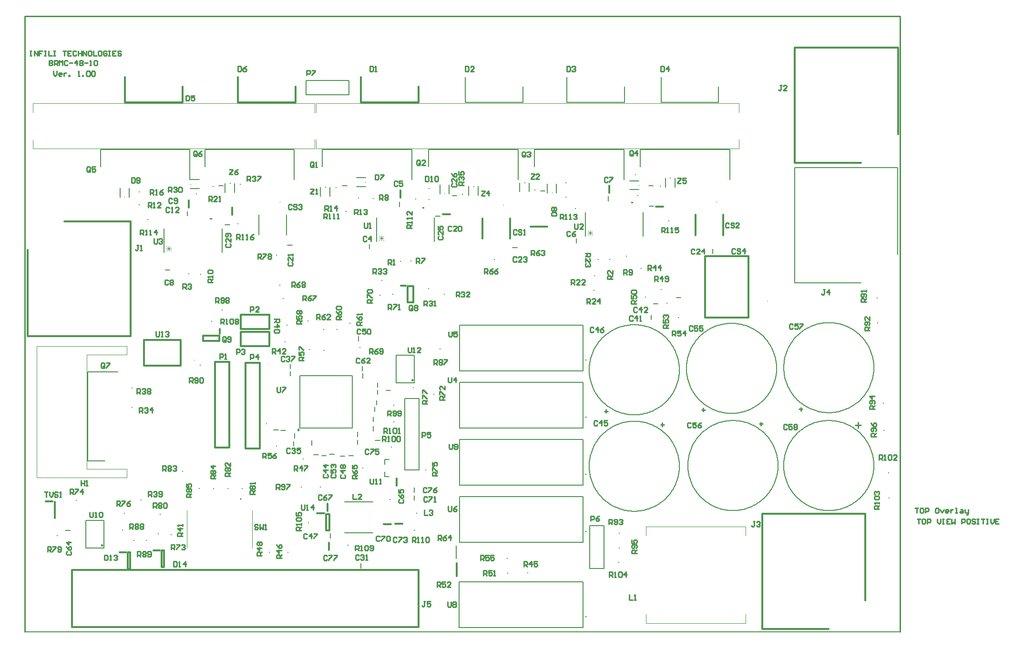
<source format=gto>
                                                                                                                                                                                                                                                                                                                                                                                                                                                                                                                                                                                                                                                                                                                                                                                                                                                                                                                                                                                                                                                                                                                                                                                                                                                                                                                                                                                                                                                                                                                                                                                                                                                                                                                                                                                                                                                                                                                                                                                                                                                                                                                                                                                                                                                                                                                                                                                                                                                                                                                                                                                                                                                                                                                                                                                                                                                                                                                                                                                                                                                                                                                                                                                                                                                                                                                                                                                                                                                                                                                                                                                                                                                                                                                                                                                                                                                                                                                                                                                                                                                                                                                                                                                                                                                                                                                                                                                                                                                                                                                                                                                                                                                                                                                                                                                                                                                                                                                                                                                                                                                                                                                                                                                                                                                                                                                                                                                                                                                                                                                                                                                                                                                                                                                                                                                                                                                                                                                                                                                                                                                                                                                                                                                                                                                                                                                                                                                                                                                                                                                                                                                                                                                                                                                                                                                                                                                                                                                                                                                                                                                                                                                                                                                                                                                                                                                                                                                                                                                                                                                                                                                                                                                                                                                                                                                                                                                                                                                                                                                                                                                                                                                                                                                                                                                                                                                                                                                                                                                                                                                                                                                                                                                                                                                                                                                                                                                                                                                                                                                                                                                                                                                                                                                                                                                                                                                                                                                                                                                                                                                                                                                                                                                                                                                                                                                                                                                                                                                                                                                                                                                                                                                                                                                                                                                                                                                                                                                                                                                                                                                                                                                                                                                                                                                                                                                                                                                                                                                                                                                                                                                                                                                                                                                                                                                                                                                                                                                                                                                                                                                                                                                                                                                                                                                                                                                                                                                                                                                                                                                                                                                                                                                                                                                                                                                                                                                                                                                                                                                                                                                                                                                                                                                                                                                                                                                                                                                                                                                                                                                                                                                                                                                                                                                                                                                                                                                                                                                                                                                                                                                                                                                                                                                                                                                                                                                                                                                                                                                                                                                                                                                                                                                                                                                                                                                                                                                                                                                                                                                                                                                                                                                                                                                                                                                                                                                                                                                                                                                                                                                                                                                                                                                                                                                                                                                                                                                                                                                                                                                                                                                                                                                                                                                                                                                                                                                                                                                                                                                                                                                                                                                                                                                                                                                                                                                                                                                                                                                                                                                                                                                                                                                                                                                                                                                                                                                                                                                                                                                                                                                                                                                                                                                                                                                                                                                                                                                                                                                                                                                                                                                                                                                                                                                                                                                                                                                                                                                                                                                                                                                                                                                                                                                                                                                                                                                                                                                                                                                                                                                                                                                                                                                                                                                                                                                                                                                                                                                                                                                                                                                                                                                                                                                                                                                                                                                                                                                                                                                                                                                                                                                                                                                                                                                                                                                                                                                                                                                                                                                                                                                                                                                                                                                                                                                                                                                                                                                                                                                                                                                                                                                                                                                                                                                                                                                                                                                                                                                                                                                                                                                                                                                                                                                                                                                                                                                                                                                                                                                                                                                                                                                                                                                                                                                                                                                                                                                                                                                                                                                                                                                                                                                                                                                                                                                                                                                                                                                                                                                                                                                                                                                                                                                                                                                                                                                                                                                                                                                                                                                                                                                                                                                                                                                                                                                                                                                                                                                                                                                                                                                                                                                                                                                                                                                                                                                                                                                                                                                                                                                                                                                                                                                                                                                                                                                                                                                                                                                                                                                                                                                                                                                                                                                                                                                                                                                                                                                                                                                                                                                                                                                                                                                                                                                                                                                                                                                                                                                                                                                                                                                                                                                                                                                                                                                                                                                                                                                                                                                                                                                                                                                                                                                                                                                                                                                                                                                                                                                                                                                                                                                                                                                                                                                                                                                                                                                                                                                                                                                                                                                                                                                                                                                                                                                                                                                                                                                                                                                                                                                                                                                                                                                                                                                                                                                                                                                                                                                                                                                                                                                                                                                                                                                                                                                                                                                                                                                                                                                                                                                                                                                                                                                                                                                                                                                                                                                                                                                                                                                                                                                                                                                                                                                                                                                                                                                                                                                                                                                                                                                                                                                                                                                                                                                                                                                                                                                                                                                                                                                                                                                                                                                                                                                                                                                                                                                                                                                                                                                                                                                                                                                                                                                                                                                                                                                                                                                                                                                                                                                                                                                                                                                                                                                                                                                                                                                                                                                                                                                                                                                                                                                                                                                                                                                                                                                                                                                                                                                                                                                                                                                                                                                                                                                                                                                                                                                                                                                                                                                                                                                                                                                                                                                                                                                                                                                                                                                                                                                                                                                                                                                                                                                                                                                                                                                                                                                                                                                                                                                                                                                                                                                                                                                                                                                                                                                                                                                                                                                                                                                                                                                                                                                                                                                                                                                                                                                                                                                                                                                                                                                                                                                                                                                                                                                                                                                                                                                                                                                                                                                                                                                                                                                                                                                                                                                                                                                                                                                                                                                                                                                                                                                                                                                                                                                                                                                                                                                                                                                                                                                                                                                                                                                                                                                                                                                                                                                                                                                                                                                                                                                                                                                                                                                                                                                                                                                                                                                                                                                                                                                                                                                                                                                                                                                                                                                                                                                                                                                                                                                                                                                                                                                                                                                                                                                                                                                                                                                                                                                                                                                                                                                                                                                                                                                                                                                                                                                                                                                                                                                                                                                                                                                                                                                                                                                                                                                                                                                                                                                                                                                                                                                                                                                                                                                                                                                                                                                                                                                                                                                                                                                                                                                                                                                                                                                                                                                                                                                                                                                                                                                                                                                                                                                                                                                                                                                                                                                                                                                                                                                                                                                                                                                                                                                                                                                                                                                                                                                                                                                                                                                                                                                                                                                                                                                                                                                                                                                                                                                                                                                                                                                                                                                                                                                                                                                                                                                                                                                                                                                                                                                                                                                                                                                                                                                                                                                                                                                                                                                                                                                                                                                                                                                                                                                                                                                                                                                                                                                                                                                                                                                                                                                                                                                                                                                                                                                                                                                                                                                                                                                                                                                                                                                                                                                                                                                                                                                                                                                                                                                                                                                                                                                                                                                                                                                                                                                                                                                                                                                                                                                                                                                                                                                                                                                                                                                                                                                                                                                                                                                                                                                                                                                                                                                                                                                                                                                                                                                                                                                                                                                                                                                                                                                                                                                                                                                                                                                                                                                                                                                                                                                                                                                                                                                                                                                                                                                                                                                                                                                                                                                                                                                                                                                                                                                                                                                                                                                                                                                                                                                                                                                                                                                                                                                                                                                                                                                                                                                                                                                                                                                                                                                                                                                                                                                                                                                                                                                                                                                                                                                                                                                                                                                                                                                                                                                                                                                                                                                                                                                                                                                                                                                                                                                                                                                                                                                                                                                                                                                                                                                                                                                                                                                                                                                                                                                                                                                                                                                                                                                                                                                                                                                                                                                                                                                                                                                                                                                                                                                                                                                                                                                                                                                                                                                                                                                                                                                                                                                                                                                                                                                                                                                                                                                                                                                                                                                                                                                                                                                                                                                                                                                                                                                                                                                                                                                                                                                                                                                                                                                                                                                                                                                                                                                                                                                                                                                                                                                                                                                                                                                                                                                                                                                                                                                                                                                                                                                                                                                                                                                                                                                                                                                                                                                                                                                                                                                                                                                                                                                                                                                                                                                                                                                                                                                                                                                                                                                                                                                                                                                                                                                                                                                                                                                                                                                                                                                                                                                                                                                                                                                                                                                                                                                                                                                                                                                                                                                                                                                                                                                                                                                                                                                                                                                                                                                                                                                                                                                                                                                                                                                                                                                                                                                                                                                                                                                                                                                                                                                                                                                                                                                                                                                                                                                                                                                                                                                                                                                                                                                                                                                                                                                                                                                                                                                                                                                                                                                                                                                                                                                                                                                                                                                                                                                                                                                                                                                                                                                                                                                                                                                                                                                                                                                                                                                                                                                                                                                                                                                                                                                                                                                                                                                                                                                                                                                                                                                                                                                                                                                                                                                                                                                                                                                                                                                                                                                                                                                                                                                                                                                                                                                                                                                                                                                                                                                                                                                                                                                                                                                                                                                                                                                                                                                                                                                                                                                                                                                                                                                                                                                                                                                                                                                                                                                                                                                                                                                                                                                                                                                                                                                                                                                                                                                                                                                                                                                                                                                                                                                                                                                                                                                                                                                                                                                                                                                                                                                                                                                                                                                                                                                                                                                                                                                                                                                                                                                                                                                                                                                                                                                                                                                                                                                                                                                                                                                                                                                                                                                                                                                                                                                                                                                                                                                                                                                                                                                                                                                                                                                                                                                                                                                                                                                                                                                                                                                                                                                                                                                                                                                                                                                                                                                                                                                                                                                                                                                                                                                                                                                                                                                                                                                                                                                                                                                                                                                                                                                                                                                                                                                                                                                                                                                                                                                                                                                                                                                                                                                                                                                                                                                                                                                                                                                                                                                                                                                                                                                                                                                                                                                                                                                                                                                                                                                                                                                                                                                                                                                                                                                                                                                                                                                                                                                                                                                                                                                                                                                                                                                                                                                                                                                                                                                                                                                                                                                                                                                                                                                                                                                                                                                                                                                                                                                                                                                                                                                                                                                                                                                                                                                                                                                                                                                                                                                                                                                                                                                                                                                                                                                                                                                                                                                                                                                                                                                                                                                                                                                                                                                                                                                                                                                                                                                                                                                                                                                                                                                                                                                                                                                                                                                                  G04*
G04 #@! TF.GenerationSoftware,Altium Limited,Altium Designer,20.0.13 (296)*
G04*
G04 Layer_Color=65535*
%FSLAX25Y25*%
%MOIN*%
G70*
G01*
G75*
%ADD10C,0.00787*%
%ADD11C,0.00787*%
%ADD12C,0.00394*%
%ADD13C,0.01000*%
%ADD14C,0.00984*%
%ADD15C,0.00600*%
%ADD16C,0.01181*%
%ADD17C,0.00866*%
%ADD18C,0.01200*%
%ADD19C,0.00500*%
%ADD20C,0.00300*%
G36*
X129242Y288825D02*
Y289825D01*
X130742D01*
Y288825D01*
X129242D01*
D02*
G37*
G36*
X277742Y296325D02*
Y297325D01*
X279242D01*
Y296325D01*
X277742D01*
D02*
G37*
G36*
X423742Y300100D02*
Y301100D01*
X425242D01*
Y300100D01*
X423742D01*
D02*
G37*
D10*
X593496Y116524D02*
X593480Y117523D01*
X593433Y118521D01*
X593354Y119517D01*
X593243Y120511D01*
X593101Y121500D01*
X592927Y122484D01*
X592722Y123462D01*
X592487Y124434D01*
X592220Y125397D01*
X591924Y126351D01*
X591597Y127296D01*
X591240Y128229D01*
X590854Y129151D01*
X590439Y130060D01*
X589995Y130956D01*
X589523Y131837D01*
X589023Y132702D01*
X588496Y133552D01*
X587943Y134384D01*
X587363Y135198D01*
X586758Y135993D01*
X586127Y136769D01*
X585473Y137524D01*
X584795Y138258D01*
X584094Y138971D01*
X583370Y139660D01*
X582626Y140327D01*
X581860Y140969D01*
X581074Y141587D01*
X580269Y142180D01*
X579446Y142746D01*
X578606Y143287D01*
X577748Y143800D01*
X576875Y144286D01*
X575986Y144744D01*
X575084Y145173D01*
X574168Y145574D01*
X573241Y145946D01*
X572301Y146287D01*
X571352Y146599D01*
X570393Y146881D01*
X569425Y147132D01*
X568451Y147352D01*
X567469Y147541D01*
X566482Y147699D01*
X565491Y147826D01*
X564496Y147921D01*
X563499Y147984D01*
X562500Y148016D01*
X561500D01*
X560501Y147984D01*
X559504Y147921D01*
X558509Y147826D01*
X557518Y147699D01*
X556531Y147541D01*
X555549Y147352D01*
X554574Y147132D01*
X553607Y146881D01*
X552648Y146599D01*
X551699Y146287D01*
X550760Y145946D01*
X549832Y145574D01*
X548916Y145173D01*
X548014Y144744D01*
X547125Y144286D01*
X546252Y143800D01*
X545395Y143287D01*
X544554Y142746D01*
X543730Y142179D01*
X542926Y141587D01*
X542140Y140969D01*
X541374Y140327D01*
X540630Y139660D01*
X539906Y138971D01*
X539205Y138258D01*
X538527Y137524D01*
X537873Y136769D01*
X537243Y135993D01*
X536637Y135198D01*
X536058Y134384D01*
X535504Y133552D01*
X534977Y132702D01*
X534477Y131837D01*
X534005Y130956D01*
X533561Y130060D01*
X533146Y129151D01*
X532760Y128229D01*
X532403Y127296D01*
X532077Y126351D01*
X531780Y125397D01*
X531514Y124434D01*
X531278Y123462D01*
X531073Y122484D01*
X530900Y121500D01*
X530757Y120511D01*
X530647Y119518D01*
X530567Y118521D01*
X530520Y117523D01*
X530504Y116524D01*
X530520Y115524D01*
X530567Y114526D01*
X530647Y113530D01*
X530757Y112536D01*
X530900Y111547D01*
X531073Y110563D01*
X531278Y109585D01*
X531513Y108613D01*
X531780Y107650D01*
X532077Y106696D01*
X532403Y105751D01*
X532760Y104818D01*
X533146Y103896D01*
X533561Y102987D01*
X534005Y102091D01*
X534477Y101210D01*
X534977Y100345D01*
X535504Y99496D01*
X536057Y98664D01*
X536637Y97849D01*
X537242Y97054D01*
X537873Y96278D01*
X538527Y95523D01*
X539205Y94789D01*
X539906Y94077D01*
X540629Y93387D01*
X541374Y92721D01*
X542140Y92078D01*
X542926Y91460D01*
X543730Y90868D01*
X544554Y90301D01*
X545394Y89761D01*
X546252Y89247D01*
X547125Y88761D01*
X548013Y88303D01*
X548916Y87874D01*
X549831Y87473D01*
X550759Y87102D01*
X551698Y86760D01*
X552648Y86448D01*
X553607Y86166D01*
X554574Y85915D01*
X555549Y85695D01*
X556531Y85506D01*
X557517Y85348D01*
X558509Y85222D01*
X559504Y85127D01*
X560501Y85063D01*
X561500Y85031D01*
X562500Y85031D01*
X563498Y85063D01*
X564496Y85127D01*
X565491Y85221D01*
X566482Y85348D01*
X567469Y85506D01*
X568450Y85695D01*
X569425Y85915D01*
X570393Y86166D01*
X571352Y86448D01*
X572301Y86760D01*
X573240Y87102D01*
X574168Y87473D01*
X575084Y87874D01*
X575986Y88303D01*
X576874Y88761D01*
X577748Y89247D01*
X578605Y89760D01*
X579446Y90301D01*
X580269Y90867D01*
X581074Y91460D01*
X581860Y92078D01*
X582625Y92720D01*
X583370Y93387D01*
X584094Y94076D01*
X584795Y94788D01*
X585473Y95523D01*
X586127Y96278D01*
X586757Y97054D01*
X587363Y97849D01*
X587942Y98663D01*
X588496Y99495D01*
X589023Y100344D01*
X589523Y101210D01*
X589995Y102091D01*
X590439Y102986D01*
X590854Y103895D01*
X591240Y104817D01*
X591597Y105751D01*
X591923Y106695D01*
X592220Y107650D01*
X592486Y108613D01*
X592722Y109584D01*
X592927Y110563D01*
X593100Y111547D01*
X593243Y112536D01*
X593353Y113529D01*
X593433Y114526D01*
X593480Y115524D01*
X593496Y116523D01*
X593563Y185043D02*
X593547Y186042D01*
X593499Y187041D01*
X593420Y188037D01*
X593309Y189030D01*
X593167Y190020D01*
X592993Y191004D01*
X592789Y191982D01*
X592553Y192953D01*
X592287Y193917D01*
X591990Y194871D01*
X591663Y195816D01*
X591306Y196749D01*
X590920Y197671D01*
X590505Y198580D01*
X590061Y199476D01*
X589589Y200356D01*
X589090Y201222D01*
X588563Y202071D01*
X588009Y202903D01*
X587429Y203717D01*
X586824Y204513D01*
X586194Y205288D01*
X585539Y206044D01*
X584861Y206778D01*
X584160Y207490D01*
X583437Y208180D01*
X582692Y208846D01*
X581926Y209489D01*
X581141Y210106D01*
X580336Y210699D01*
X579513Y211266D01*
X578672Y211806D01*
X577815Y212319D01*
X576941Y212806D01*
X576053Y213263D01*
X575150Y213693D01*
X574235Y214094D01*
X573307Y214465D01*
X572368Y214807D01*
X571418Y215119D01*
X570459Y215400D01*
X569492Y215651D01*
X568517Y215872D01*
X567536Y216061D01*
X566549Y216219D01*
X565557Y216345D01*
X564563Y216440D01*
X563565Y216504D01*
X562566Y216535D01*
X561567D01*
X560568Y216504D01*
X559571Y216440D01*
X558576Y216345D01*
X557584Y216219D01*
X556597Y216061D01*
X555616Y215872D01*
X554641Y215651D01*
X553674Y215400D01*
X552715Y215119D01*
X551765Y214807D01*
X550826Y214465D01*
X549898Y214094D01*
X548983Y213693D01*
X548080Y213263D01*
X547192Y212806D01*
X546318Y212319D01*
X545461Y211806D01*
X544620Y211266D01*
X543797Y210699D01*
X542992Y210106D01*
X542207Y209489D01*
X541441Y208846D01*
X540696Y208180D01*
X539973Y207490D01*
X539272Y206778D01*
X538594Y206044D01*
X537939Y205289D01*
X537309Y204513D01*
X536704Y203717D01*
X536124Y202903D01*
X535570Y202071D01*
X535043Y201222D01*
X534544Y200357D01*
X534072Y199476D01*
X533628Y198580D01*
X533213Y197671D01*
X532827Y196749D01*
X532470Y195816D01*
X532143Y194871D01*
X531846Y193917D01*
X531580Y192953D01*
X531344Y191982D01*
X531140Y191004D01*
X530966Y190020D01*
X530824Y189030D01*
X530713Y188037D01*
X530634Y187041D01*
X530586Y186042D01*
X530571Y185043D01*
X530586Y184044D01*
X530634Y183046D01*
X530713Y182049D01*
X530824Y181056D01*
X530966Y180067D01*
X531140Y179083D01*
X531344Y178104D01*
X531580Y177133D01*
X531846Y176170D01*
X532143Y175215D01*
X532470Y174271D01*
X532827Y173337D01*
X533213Y172415D01*
X533628Y171506D01*
X534072Y170611D01*
X534544Y169730D01*
X535043Y168865D01*
X535570Y168015D01*
X536124Y167183D01*
X536704Y166369D01*
X537309Y165574D01*
X537939Y164798D01*
X538593Y164043D01*
X539272Y163309D01*
X539973Y162596D01*
X540696Y161907D01*
X541441Y161240D01*
X542206Y160598D01*
X542992Y159980D01*
X543797Y159387D01*
X544620Y158821D01*
X545461Y158280D01*
X546318Y157767D01*
X547192Y157281D01*
X548080Y156823D01*
X548982Y156393D01*
X549898Y155993D01*
X550826Y155621D01*
X551765Y155279D01*
X552714Y154968D01*
X553674Y154686D01*
X554641Y154435D01*
X555616Y154215D01*
X556597Y154026D01*
X557584Y153868D01*
X558575Y153741D01*
X559570Y153646D01*
X560568Y153583D01*
X561567Y153551D01*
X562566Y153551D01*
X563565Y153583D01*
X564562Y153646D01*
X565557Y153741D01*
X566549Y153868D01*
X567535Y154026D01*
X568517Y154215D01*
X569492Y154435D01*
X570459Y154686D01*
X571418Y154967D01*
X572368Y155279D01*
X573307Y155621D01*
X574235Y155992D01*
X575150Y156393D01*
X576053Y156823D01*
X576941Y157281D01*
X577814Y157767D01*
X578672Y158280D01*
X579513Y158820D01*
X580336Y159387D01*
X581141Y159980D01*
X581926Y160597D01*
X582692Y161240D01*
X583437Y161906D01*
X584160Y162596D01*
X584861Y163308D01*
X585539Y164042D01*
X586194Y164798D01*
X586824Y165573D01*
X587429Y166369D01*
X588009Y167183D01*
X588562Y168015D01*
X589089Y168864D01*
X589589Y169730D01*
X590061Y170610D01*
X590505Y171506D01*
X590920Y172415D01*
X591306Y173337D01*
X591663Y174271D01*
X591990Y175215D01*
X592287Y176169D01*
X592553Y177133D01*
X592789Y178104D01*
X592993Y179082D01*
X593167Y180066D01*
X593309Y181056D01*
X593420Y182049D01*
X593499Y183045D01*
X593547Y184044D01*
X593563Y185043D01*
X525496Y184551D02*
X525480Y185550D01*
X525433Y186549D01*
X525353Y187545D01*
X525243Y188538D01*
X525101Y189528D01*
X524927Y190512D01*
X524722Y191490D01*
X524487Y192461D01*
X524220Y193425D01*
X523923Y194379D01*
X523597Y195324D01*
X523240Y196257D01*
X522854Y197179D01*
X522439Y198088D01*
X521995Y198984D01*
X521523Y199864D01*
X521023Y200730D01*
X520496Y201579D01*
X519943Y202411D01*
X519363Y203225D01*
X518758Y204021D01*
X518127Y204796D01*
X517473Y205552D01*
X516795Y206286D01*
X516094Y206998D01*
X515370Y207688D01*
X514626Y208354D01*
X513860Y208997D01*
X513074Y209614D01*
X512269Y210207D01*
X511446Y210774D01*
X510606Y211314D01*
X509748Y211828D01*
X508875Y212314D01*
X507986Y212771D01*
X507084Y213201D01*
X506168Y213602D01*
X505240Y213973D01*
X504301Y214315D01*
X503352Y214627D01*
X502393Y214908D01*
X501426Y215159D01*
X500451Y215380D01*
X499469Y215569D01*
X498482Y215727D01*
X497491Y215853D01*
X496496Y215948D01*
X495499Y216012D01*
X494500Y216043D01*
X493500D01*
X492501Y216012D01*
X491504Y215948D01*
X490509Y215853D01*
X489518Y215727D01*
X488531Y215569D01*
X487549Y215380D01*
X486575Y215159D01*
X485607Y214908D01*
X484648Y214627D01*
X483699Y214315D01*
X482760Y213973D01*
X481832Y213602D01*
X480916Y213201D01*
X480014Y212771D01*
X479125Y212314D01*
X478252Y211828D01*
X477394Y211314D01*
X476554Y210774D01*
X475731Y210207D01*
X474926Y209614D01*
X474140Y208997D01*
X473375Y208354D01*
X472630Y207688D01*
X471906Y206998D01*
X471205Y206286D01*
X470527Y205552D01*
X469873Y204797D01*
X469242Y204021D01*
X468637Y203225D01*
X468057Y202411D01*
X467504Y201579D01*
X466977Y200730D01*
X466477Y199864D01*
X466005Y198984D01*
X465561Y198088D01*
X465146Y197179D01*
X464760Y196257D01*
X464403Y195324D01*
X464077Y194379D01*
X463780Y193425D01*
X463514Y192461D01*
X463278Y191490D01*
X463073Y190512D01*
X462900Y189528D01*
X462757Y188538D01*
X462647Y187545D01*
X462567Y186549D01*
X462520Y185550D01*
X462504Y184551D01*
X462520Y183552D01*
X462567Y182554D01*
X462647Y181557D01*
X462757Y180564D01*
X462900Y179575D01*
X463073Y178591D01*
X463278Y177612D01*
X463513Y176641D01*
X463780Y175678D01*
X464077Y174723D01*
X464403Y173779D01*
X464760Y172845D01*
X465146Y171923D01*
X465561Y171014D01*
X466005Y170119D01*
X466477Y169238D01*
X466977Y168372D01*
X467504Y167523D01*
X468057Y166691D01*
X468637Y165877D01*
X469242Y165082D01*
X469873Y164306D01*
X470527Y163551D01*
X471205Y162817D01*
X471906Y162104D01*
X472629Y161415D01*
X473374Y160748D01*
X474140Y160106D01*
X474926Y159488D01*
X475730Y158895D01*
X476554Y158329D01*
X477394Y157788D01*
X478252Y157275D01*
X479125Y156789D01*
X480014Y156331D01*
X480916Y155901D01*
X481832Y155501D01*
X482759Y155129D01*
X483699Y154787D01*
X484648Y154476D01*
X485607Y154194D01*
X486574Y153943D01*
X487549Y153723D01*
X488531Y153534D01*
X489517Y153376D01*
X490509Y153249D01*
X491504Y153154D01*
X492501Y153091D01*
X493500Y153059D01*
X494499Y153059D01*
X495498Y153091D01*
X496496Y153154D01*
X497491Y153249D01*
X498482Y153376D01*
X499469Y153534D01*
X500450Y153723D01*
X501425Y153943D01*
X502393Y154194D01*
X503352Y154475D01*
X504301Y154787D01*
X505240Y155129D01*
X506168Y155500D01*
X507084Y155901D01*
X507986Y156331D01*
X508875Y156789D01*
X509748Y157275D01*
X510605Y157788D01*
X511446Y158328D01*
X512269Y158895D01*
X513074Y159488D01*
X513860Y160105D01*
X514625Y160748D01*
X515370Y161414D01*
X516093Y162104D01*
X516795Y162816D01*
X517473Y163550D01*
X518127Y164306D01*
X518757Y165081D01*
X519363Y165877D01*
X519942Y166691D01*
X520496Y167523D01*
X521023Y168372D01*
X521523Y169238D01*
X521995Y170119D01*
X522438Y171014D01*
X522854Y171923D01*
X523240Y172845D01*
X523596Y173779D01*
X523923Y174723D01*
X524220Y175677D01*
X524486Y176641D01*
X524722Y177612D01*
X524927Y178590D01*
X525100Y179574D01*
X525243Y180564D01*
X525353Y181557D01*
X525433Y182553D01*
X525480Y183552D01*
X525496Y184551D01*
X151000Y93693D02*
Y92905D01*
Y93693D01*
X392584Y10810D02*
X391797D01*
X392584D01*
X392669Y110500D02*
X391882D01*
X392669D01*
Y150500D02*
X391882D01*
X392669D01*
X457496Y116024D02*
X457480Y117023D01*
X457433Y118021D01*
X457353Y119018D01*
X457243Y120011D01*
X457100Y121000D01*
X456927Y121984D01*
X456722Y122962D01*
X456487Y123934D01*
X456220Y124897D01*
X455924Y125851D01*
X455597Y126796D01*
X455240Y127729D01*
X454854Y128651D01*
X454439Y129560D01*
X453995Y130456D01*
X453523Y131337D01*
X453023Y132202D01*
X452496Y133052D01*
X451943Y133884D01*
X451363Y134698D01*
X450758Y135493D01*
X450127Y136269D01*
X449473Y137024D01*
X448795Y137758D01*
X448094Y138471D01*
X447370Y139160D01*
X446626Y139827D01*
X445860Y140469D01*
X445074Y141087D01*
X444270Y141680D01*
X443446Y142246D01*
X442606Y142787D01*
X441748Y143300D01*
X440875Y143786D01*
X439986Y144244D01*
X439084Y144673D01*
X438168Y145074D01*
X437241Y145446D01*
X436301Y145787D01*
X435352Y146099D01*
X434393Y146381D01*
X433426Y146632D01*
X432451Y146852D01*
X431469Y147041D01*
X430482Y147199D01*
X429491Y147326D01*
X428496Y147421D01*
X427499Y147484D01*
X426500Y147516D01*
X425500D01*
X424501Y147484D01*
X423504Y147421D01*
X422509Y147326D01*
X421518Y147199D01*
X420531Y147041D01*
X419549Y146852D01*
X418574Y146632D01*
X417607Y146381D01*
X416648Y146099D01*
X415699Y145787D01*
X414759Y145446D01*
X413832Y145074D01*
X412916Y144673D01*
X412014Y144244D01*
X411125Y143786D01*
X410252Y143300D01*
X409395Y142787D01*
X408554Y142246D01*
X407730Y141680D01*
X406926Y141087D01*
X406140Y140469D01*
X405374Y139827D01*
X404630Y139160D01*
X403906Y138471D01*
X403205Y137758D01*
X402527Y137024D01*
X401873Y136269D01*
X401242Y135493D01*
X400637Y134698D01*
X400058Y133884D01*
X399504Y133052D01*
X398977Y132202D01*
X398477Y131337D01*
X398005Y130456D01*
X397561Y129560D01*
X397146Y128651D01*
X396760Y127729D01*
X396403Y126796D01*
X396076Y125851D01*
X395780Y124897D01*
X395514Y123934D01*
X395278Y122962D01*
X395073Y121984D01*
X394900Y121000D01*
X394757Y120011D01*
X394647Y119018D01*
X394567Y118021D01*
X394520Y117023D01*
X394504Y116024D01*
X394520Y115024D01*
X394567Y114026D01*
X394647Y113030D01*
X394757Y112037D01*
X394900Y111047D01*
X395073Y110063D01*
X395278Y109085D01*
X395513Y108114D01*
X395780Y107150D01*
X396076Y106196D01*
X396403Y105251D01*
X396760Y104318D01*
X397146Y103396D01*
X397561Y102487D01*
X398005Y101591D01*
X398477Y100710D01*
X398977Y99845D01*
X399504Y98996D01*
X400057Y98163D01*
X400637Y97349D01*
X401242Y96554D01*
X401873Y95778D01*
X402527Y95023D01*
X403205Y94289D01*
X403906Y93577D01*
X404630Y92887D01*
X405374Y92220D01*
X406140Y91578D01*
X406926Y90960D01*
X407730Y90368D01*
X408554Y89801D01*
X409394Y89261D01*
X410252Y88747D01*
X411125Y88261D01*
X412013Y87803D01*
X412916Y87374D01*
X413832Y86973D01*
X414759Y86602D01*
X415698Y86260D01*
X416648Y85948D01*
X417607Y85666D01*
X418574Y85415D01*
X419549Y85195D01*
X420531Y85006D01*
X421518Y84848D01*
X422509Y84722D01*
X423504Y84627D01*
X424501Y84563D01*
X425500Y84531D01*
X426500Y84531D01*
X427498Y84563D01*
X428496Y84627D01*
X429491Y84722D01*
X430482Y84848D01*
X431469Y85006D01*
X432450Y85195D01*
X433425Y85415D01*
X434393Y85666D01*
X435352Y85948D01*
X436301Y86260D01*
X437240Y86602D01*
X438168Y86973D01*
X439084Y87374D01*
X439986Y87803D01*
X440874Y88261D01*
X441748Y88747D01*
X442605Y89260D01*
X443446Y89801D01*
X444269Y90368D01*
X445074Y90960D01*
X445860Y91578D01*
X446625Y92220D01*
X447370Y92887D01*
X448094Y93576D01*
X448795Y94289D01*
X449473Y95023D01*
X450127Y95778D01*
X450757Y96554D01*
X451363Y97349D01*
X451942Y98163D01*
X452496Y98995D01*
X453023Y99844D01*
X453523Y100710D01*
X453995Y101591D01*
X454438Y102486D01*
X454854Y103395D01*
X455240Y104317D01*
X455596Y105251D01*
X455923Y106195D01*
X456220Y107150D01*
X456487Y108113D01*
X456722Y109084D01*
X456927Y110063D01*
X457100Y111047D01*
X457243Y112036D01*
X457353Y113029D01*
X457433Y114026D01*
X457480Y115024D01*
X457496Y116023D01*
X526496Y116524D02*
X526480Y117523D01*
X526433Y118521D01*
X526354Y119518D01*
X526243Y120511D01*
X526100Y121500D01*
X525927Y122484D01*
X525722Y123462D01*
X525487Y124434D01*
X525220Y125397D01*
X524924Y126351D01*
X524597Y127296D01*
X524240Y128229D01*
X523854Y129151D01*
X523439Y130060D01*
X522995Y130956D01*
X522523Y131837D01*
X522023Y132702D01*
X521496Y133552D01*
X520943Y134384D01*
X520363Y135198D01*
X519758Y135993D01*
X519127Y136769D01*
X518473Y137524D01*
X517795Y138258D01*
X517094Y138971D01*
X516370Y139660D01*
X515626Y140327D01*
X514860Y140969D01*
X514074Y141587D01*
X513270Y142180D01*
X512446Y142746D01*
X511606Y143287D01*
X510748Y143800D01*
X509875Y144286D01*
X508986Y144744D01*
X508084Y145173D01*
X507168Y145574D01*
X506241Y145946D01*
X505301Y146287D01*
X504352Y146599D01*
X503393Y146881D01*
X502425Y147132D01*
X501451Y147352D01*
X500469Y147541D01*
X499482Y147699D01*
X498491Y147826D01*
X497496Y147921D01*
X496499Y147984D01*
X495500Y148016D01*
X494500D01*
X493501Y147984D01*
X492504Y147921D01*
X491509Y147826D01*
X490518Y147699D01*
X489531Y147541D01*
X488549Y147352D01*
X487574Y147132D01*
X486607Y146881D01*
X485648Y146599D01*
X484699Y146287D01*
X483759Y145946D01*
X482832Y145574D01*
X481916Y145173D01*
X481014Y144744D01*
X480125Y144286D01*
X479252Y143800D01*
X478395Y143287D01*
X477554Y142746D01*
X476730Y142180D01*
X475926Y141587D01*
X475140Y140969D01*
X474374Y140327D01*
X473630Y139660D01*
X472906Y138971D01*
X472205Y138258D01*
X471527Y137524D01*
X470873Y136769D01*
X470243Y135993D01*
X469637Y135198D01*
X469058Y134384D01*
X468504Y133552D01*
X467977Y132702D01*
X467477Y131837D01*
X467005Y130956D01*
X466561Y130060D01*
X466146Y129151D01*
X465760Y128229D01*
X465403Y127296D01*
X465076Y126351D01*
X464780Y125397D01*
X464513Y124434D01*
X464278Y123462D01*
X464073Y122484D01*
X463900Y121500D01*
X463757Y120511D01*
X463647Y119518D01*
X463567Y118521D01*
X463520Y117523D01*
X463504Y116524D01*
X463520Y115524D01*
X463567Y114526D01*
X463647Y113530D01*
X463757Y112537D01*
X463900Y111547D01*
X464073Y110563D01*
X464278Y109585D01*
X464513Y108614D01*
X464780Y107650D01*
X465076Y106696D01*
X465403Y105751D01*
X465760Y104818D01*
X466146Y103896D01*
X466561Y102987D01*
X467005Y102091D01*
X467477Y101210D01*
X467977Y100345D01*
X468504Y99496D01*
X469057Y98664D01*
X469637Y97849D01*
X470242Y97054D01*
X470872Y96278D01*
X471527Y95523D01*
X472205Y94789D01*
X472906Y94077D01*
X473630Y93387D01*
X474374Y92721D01*
X475140Y92078D01*
X475926Y91460D01*
X476730Y90868D01*
X477554Y90301D01*
X478394Y89761D01*
X479252Y89247D01*
X480125Y88761D01*
X481013Y88303D01*
X481916Y87874D01*
X482831Y87473D01*
X483759Y87102D01*
X484698Y86760D01*
X485648Y86448D01*
X486607Y86166D01*
X487574Y85915D01*
X488549Y85695D01*
X489531Y85506D01*
X490518Y85348D01*
X491509Y85222D01*
X492504Y85127D01*
X493501Y85063D01*
X494500Y85031D01*
X495500Y85031D01*
X496498Y85063D01*
X497496Y85127D01*
X498491Y85222D01*
X499482Y85348D01*
X500469Y85506D01*
X501450Y85695D01*
X502425Y85915D01*
X503393Y86166D01*
X504352Y86448D01*
X505301Y86760D01*
X506240Y87102D01*
X507168Y87473D01*
X508084Y87874D01*
X508986Y88303D01*
X509874Y88761D01*
X510748Y89247D01*
X511605Y89760D01*
X512446Y90301D01*
X513269Y90868D01*
X514074Y91460D01*
X514860Y92078D01*
X515625Y92720D01*
X516370Y93387D01*
X517094Y94076D01*
X517795Y94789D01*
X518473Y95523D01*
X519127Y96278D01*
X519757Y97054D01*
X520363Y97849D01*
X520942Y98663D01*
X521496Y99495D01*
X522023Y100345D01*
X522523Y101210D01*
X522995Y102091D01*
X523439Y102986D01*
X523854Y103895D01*
X524240Y104817D01*
X524597Y105751D01*
X524923Y106695D01*
X525220Y107650D01*
X525487Y108613D01*
X525722Y109584D01*
X525927Y110563D01*
X526100Y111547D01*
X526243Y112536D01*
X526353Y113529D01*
X526433Y114526D01*
X526480Y115524D01*
X526496Y116523D01*
X392669Y190500D02*
X391882D01*
X392669D01*
Y70500D02*
X391882D01*
X392669D01*
X457496Y183551D02*
X457480Y184550D01*
X457433Y185549D01*
X457353Y186545D01*
X457243Y187538D01*
X457100Y188528D01*
X456927Y189512D01*
X456722Y190490D01*
X456487Y191461D01*
X456220Y192425D01*
X455924Y193379D01*
X455597Y194324D01*
X455240Y195257D01*
X454854Y196179D01*
X454439Y197088D01*
X453995Y197984D01*
X453523Y198864D01*
X453023Y199730D01*
X452496Y200579D01*
X451943Y201411D01*
X451363Y202225D01*
X450758Y203021D01*
X450127Y203796D01*
X449473Y204552D01*
X448795Y205286D01*
X448094Y205998D01*
X447370Y206688D01*
X446626Y207354D01*
X445860Y207997D01*
X445074Y208614D01*
X444270Y209207D01*
X443446Y209774D01*
X442606Y210314D01*
X441748Y210828D01*
X440875Y211314D01*
X439986Y211771D01*
X439084Y212201D01*
X438168Y212602D01*
X437241Y212973D01*
X436301Y213315D01*
X435352Y213627D01*
X434393Y213908D01*
X433426Y214159D01*
X432451Y214380D01*
X431469Y214569D01*
X430482Y214727D01*
X429491Y214853D01*
X428496Y214948D01*
X427499Y215012D01*
X426500Y215043D01*
X425500D01*
X424501Y215012D01*
X423504Y214948D01*
X422509Y214853D01*
X421518Y214727D01*
X420531Y214569D01*
X419549Y214380D01*
X418574Y214159D01*
X417607Y213908D01*
X416648Y213627D01*
X415699Y213315D01*
X414759Y212973D01*
X413832Y212602D01*
X412916Y212201D01*
X412014Y211771D01*
X411125Y211314D01*
X410252Y210828D01*
X409395Y210314D01*
X408554Y209774D01*
X407730Y209207D01*
X406926Y208614D01*
X406140Y207997D01*
X405374Y207354D01*
X404630Y206688D01*
X403906Y205998D01*
X403205Y205286D01*
X402527Y204552D01*
X401873Y203797D01*
X401242Y203021D01*
X400637Y202225D01*
X400058Y201411D01*
X399504Y200579D01*
X398977Y199730D01*
X398477Y198864D01*
X398005Y197984D01*
X397561Y197088D01*
X397146Y196179D01*
X396760Y195257D01*
X396403Y194324D01*
X396076Y193379D01*
X395780Y192425D01*
X395514Y191461D01*
X395278Y190490D01*
X395073Y189512D01*
X394900Y188528D01*
X394757Y187538D01*
X394647Y186545D01*
X394567Y185549D01*
X394520Y184550D01*
X394504Y183551D01*
X394520Y182552D01*
X394567Y181554D01*
X394647Y180557D01*
X394757Y179564D01*
X394900Y178575D01*
X395073Y177591D01*
X395278Y176612D01*
X395513Y175641D01*
X395780Y174678D01*
X396076Y173723D01*
X396403Y172779D01*
X396760Y171845D01*
X397146Y170923D01*
X397561Y170014D01*
X398005Y169119D01*
X398477Y168238D01*
X398977Y167373D01*
X399504Y166523D01*
X400057Y165691D01*
X400637Y164877D01*
X401242Y164082D01*
X401873Y163306D01*
X402527Y162551D01*
X403205Y161817D01*
X403906Y161104D01*
X404630Y160415D01*
X405374Y159748D01*
X406140Y159106D01*
X406926Y158488D01*
X407730Y157895D01*
X408554Y157329D01*
X409394Y156788D01*
X410252Y156275D01*
X411125Y155789D01*
X412013Y155331D01*
X412916Y154901D01*
X413832Y154501D01*
X414759Y154129D01*
X415698Y153787D01*
X416648Y153476D01*
X417607Y153194D01*
X418574Y152943D01*
X419549Y152723D01*
X420531Y152534D01*
X421518Y152376D01*
X422509Y152249D01*
X423504Y152154D01*
X424501Y152091D01*
X425500Y152059D01*
X426500Y152059D01*
X427498Y152091D01*
X428496Y152154D01*
X429491Y152249D01*
X430482Y152376D01*
X431469Y152534D01*
X432450Y152723D01*
X433425Y152943D01*
X434393Y153194D01*
X435352Y153475D01*
X436301Y153787D01*
X437240Y154129D01*
X438168Y154500D01*
X439084Y154901D01*
X439986Y155331D01*
X440874Y155789D01*
X441748Y156275D01*
X442605Y156788D01*
X443446Y157328D01*
X444269Y157895D01*
X445074Y158488D01*
X445860Y159105D01*
X446625Y159748D01*
X447370Y160414D01*
X448094Y161104D01*
X448795Y161816D01*
X449473Y162550D01*
X450127Y163306D01*
X450757Y164081D01*
X451363Y164877D01*
X451942Y165691D01*
X452496Y166523D01*
X453023Y167372D01*
X453523Y168238D01*
X453995Y169119D01*
X454438Y170014D01*
X454854Y170923D01*
X455240Y171845D01*
X455596Y172779D01*
X455923Y173723D01*
X456220Y174677D01*
X456487Y175641D01*
X456722Y176612D01*
X456927Y177590D01*
X457100Y178574D01*
X457243Y179564D01*
X457353Y180557D01*
X457433Y181553D01*
X457480Y182552D01*
X457496Y183551D01*
X444711Y370733D02*
Y388449D01*
Y370733D02*
X484869D01*
Y381756D01*
X378863Y370688D02*
Y388404D01*
Y370688D02*
X419020D01*
Y381712D01*
X307933Y370710D02*
Y388427D01*
Y370710D02*
X348090D01*
Y381734D01*
X610164Y264357D02*
Y324948D01*
X538117D02*
X610164D01*
X538117Y244357D02*
Y324948D01*
Y244357D02*
X584416D01*
X182921Y277949D02*
Y292122D01*
X163669Y277949D02*
Y292122D01*
X115607Y316661D02*
X121906D01*
X115607Y310362D02*
X121906D01*
X422885Y315920D02*
X429184D01*
X422885Y309621D02*
X429184D01*
X231832Y311891D02*
X238131D01*
X231832Y318190D02*
X238131D01*
X371613Y307349D02*
Y313648D01*
X365314Y307349D02*
Y313648D01*
X66415Y304578D02*
Y310877D01*
X72715Y304578D02*
Y310877D01*
X296432Y306671D02*
Y312971D01*
X290132Y306671D02*
Y312971D01*
X344736Y316831D02*
Y337736D01*
X282256D02*
X344736D01*
X282256Y325787D02*
Y337736D01*
X352596Y308276D02*
Y314576D01*
X345903Y308276D02*
Y314576D01*
X447783Y311531D02*
Y317831D01*
X454475Y311531D02*
Y317831D01*
X43843Y182240D02*
X64748D01*
X43843Y119760D02*
Y182240D01*
Y119760D02*
X55791D01*
X125764Y325787D02*
Y337736D01*
X188244D01*
Y316831D02*
Y337736D01*
X115244Y316831D02*
Y337736D01*
X52764D02*
X115244D01*
X52764Y325787D02*
Y337736D01*
X492736Y316831D02*
Y337736D01*
X430256D02*
X492736D01*
X430256Y325787D02*
Y337736D01*
X207956Y325800D02*
Y337749D01*
X270436D01*
Y316843D02*
Y337749D01*
X418736Y316831D02*
Y337736D01*
X356256D02*
X418736D01*
X356256Y325787D02*
Y337736D01*
X146657Y307804D02*
Y314104D01*
X139964Y307804D02*
Y314104D01*
X316895Y305656D02*
Y311955D01*
X310202Y305656D02*
Y311955D01*
X213349Y305068D02*
Y311367D01*
X206656Y305068D02*
Y311367D01*
X196362Y386261D02*
X226362D01*
X196362Y376261D02*
Y386261D01*
Y376261D02*
X226362D01*
Y386261D01*
X0Y0D02*
X611867D01*
X265500Y163500D02*
X275500D01*
Y113500D02*
Y163500D01*
X265500Y113500D02*
Y163500D01*
Y113500D02*
X275500D01*
X251610Y117516D02*
Y120665D01*
X254366D01*
X251610Y108854D02*
Y112004D01*
Y108854D02*
X254366D01*
X223583Y90936D02*
X243268D01*
X223483Y69436D02*
X243168D01*
X55122Y58854D02*
Y78146D01*
X42524D02*
X55122D01*
X42524Y58854D02*
Y78146D01*
Y58854D02*
X55122D01*
X192236Y142736D02*
Y179350D01*
X228850D01*
Y142736D02*
Y179350D01*
X192236Y142736D02*
X228850D01*
X394981Y44307D02*
X404981D01*
X394981D02*
Y74307D01*
X404981D01*
Y44307D02*
Y74307D01*
X272205Y174457D02*
Y193748D01*
X259606D02*
X272205D01*
X259606Y174457D02*
Y193748D01*
Y174457D02*
X272205D01*
X301445Y51472D02*
Y60528D01*
D11*
X273026Y303045D02*
D03*
X450254Y287801D02*
D03*
X148931Y285746D02*
D03*
X85901Y288898D02*
D03*
X384870Y296360D02*
D03*
X224560Y294589D02*
D03*
X272173Y71008D02*
D03*
X600122Y160218D02*
D03*
X603907Y111557D02*
D03*
X604248Y93665D02*
D03*
X600463Y141134D02*
D03*
X415284Y48764D02*
D03*
X415550Y58898D02*
D03*
X596166Y216484D02*
D03*
X595825Y233694D02*
D03*
X415602Y69191D02*
D03*
X349459Y314526D02*
D03*
X356621Y309506D02*
D03*
X444123Y312055D02*
D03*
X451338Y317781D02*
D03*
X143520Y314054D02*
D03*
X150647Y313487D02*
D03*
X313758Y311906D02*
D03*
X305852Y306355D02*
D03*
X210212Y311317D02*
D03*
X217607Y311216D02*
D03*
X68197Y71500D02*
D03*
X273697Y83020D02*
D03*
X206358Y101500D02*
D03*
X181858Y203000D02*
D03*
X183197Y214839D02*
D03*
X249535Y246000D02*
D03*
X293035Y236500D02*
D03*
X282197Y240339D02*
D03*
X193114Y101496D02*
D03*
X257886Y158925D02*
D03*
X257858Y147000D02*
D03*
X170697Y55661D02*
D03*
X183697Y55839D02*
D03*
X94535Y82500D02*
D03*
X69535Y83000D02*
D03*
X243677Y303563D02*
D03*
X257197Y236339D02*
D03*
X130358Y217500D02*
D03*
X400697Y260839D02*
D03*
X248197Y235839D02*
D03*
X137858Y225500D02*
D03*
X122697Y250339D02*
D03*
X420358Y263008D02*
D03*
X114480Y250756D02*
D03*
X408697Y260839D02*
D03*
X262437Y259539D02*
D03*
X122367Y186800D02*
D03*
X255197Y92839D02*
D03*
X225697Y60839D02*
D03*
X198197Y76339D02*
D03*
X271358Y171000D02*
D03*
X290197Y198000D02*
D03*
X175898Y263748D02*
D03*
X22520Y67339D02*
D03*
X280197Y113500D02*
D03*
X35858Y92000D02*
D03*
X285697Y166500D02*
D03*
X234197Y199000D02*
D03*
X178245Y242690D02*
D03*
X180585Y233500D02*
D03*
X236197Y114839D02*
D03*
X208697Y211661D02*
D03*
X227197Y216161D02*
D03*
X218197Y211839D02*
D03*
X209197Y197000D02*
D03*
X197997Y217861D02*
D03*
X198697Y197839D02*
D03*
X175697Y130000D02*
D03*
X102197Y68161D02*
D03*
X81197Y92339D02*
D03*
X84697Y64161D02*
D03*
X448731Y230174D02*
D03*
X456738Y220013D02*
D03*
X433738Y234513D02*
D03*
X444738Y239674D02*
D03*
X430738Y254335D02*
D03*
X398197Y249500D02*
D03*
X337358Y41000D02*
D03*
X351358Y41500D02*
D03*
X74697Y170661D02*
D03*
Y157161D02*
D03*
X119912Y306601D02*
D03*
X428358Y305500D02*
D03*
X282599Y302853D02*
D03*
X131473Y311660D02*
D03*
X426940Y319996D02*
D03*
X79858Y308000D02*
D03*
X378321Y314339D02*
D03*
X233341Y303698D02*
D03*
X79850Y299000D02*
D03*
X378266Y304549D02*
D03*
X282535Y310500D02*
D03*
X194358Y121000D02*
D03*
X328161Y260894D02*
D03*
X121697Y100339D02*
D03*
X131697Y100500D02*
D03*
X141697D02*
D03*
X151901Y100295D02*
D03*
X337035Y51500D02*
D03*
X269992Y259614D02*
D03*
X397858Y239000D02*
D03*
X168720Y145661D02*
D03*
X110197Y112339D02*
D03*
X76073Y64112D02*
D03*
X93197Y68661D02*
D03*
X256035Y129500D02*
D03*
D12*
X178295Y301571D02*
Y301177D01*
Y301571D01*
X115954Y313511D02*
X115560D01*
X115954D01*
X429231Y312771D02*
X428837D01*
X429231D01*
X237784Y315040D02*
X238178D01*
X237784D01*
X368463Y307302D02*
Y307695D01*
Y307302D01*
X69565Y304924D02*
Y304531D01*
Y304924D01*
X293282Y306624D02*
Y307018D01*
Y306624D01*
X118047Y190500D02*
X118441D01*
X118047D01*
X334500Y299035D02*
Y298642D01*
Y299035D01*
X519171Y231674D02*
X518778D01*
X519171D01*
X483427Y301081D02*
Y301475D01*
Y301081D01*
X203647Y363759D02*
Y370104D01*
X434157Y67559D02*
Y73858D01*
X503843D01*
Y67559D02*
Y73858D01*
X434157Y6142D02*
Y12441D01*
Y6142D02*
X503843D01*
Y12441D01*
X8219Y200155D02*
X71211D01*
Y194092D02*
Y200155D01*
X43259Y194092D02*
X71211D01*
X43259Y114092D02*
Y194092D01*
Y114092D02*
X71211D01*
Y108029D02*
Y114092D01*
X8219Y108029D02*
X71211D01*
X8219D02*
Y200155D01*
X158894Y58811D02*
Y85189D01*
X113106Y58811D02*
Y85189D01*
X5652Y338287D02*
Y344596D01*
X5544Y363676D02*
Y370054D01*
X499040Y338394D02*
Y344739D01*
X203450Y338404D02*
X498911D01*
X499073Y363847D02*
Y370192D01*
X203467Y338314D02*
Y344659D01*
X202539Y338314D02*
Y344659D01*
Y363530D02*
Y369875D01*
X5544Y370054D02*
X202542D01*
X203615Y370221D02*
X499028D01*
X5652Y338287D02*
X202467D01*
D13*
X54023Y60900D02*
X53423Y61246D01*
Y60554D01*
X54023Y60900D01*
X271106Y176502D02*
X270505Y176849D01*
Y176156D01*
X271106Y176502D01*
X623694Y79255D02*
X626055D01*
X624875D01*
Y75712D01*
X629007Y79255D02*
X627827D01*
X627236Y78664D01*
Y76303D01*
X627827Y75712D01*
X629007D01*
X629598Y76303D01*
Y78664D01*
X629007Y79255D01*
X630778Y75712D02*
Y79255D01*
X632549D01*
X633140Y78664D01*
Y77483D01*
X632549Y76893D01*
X630778D01*
X637863Y79255D02*
Y76893D01*
X639044Y75712D01*
X640224Y76893D01*
Y79255D01*
X641405D02*
X642586D01*
X641995D01*
Y75712D01*
X641405D01*
X642586D01*
X646718Y79255D02*
X644357D01*
Y75712D01*
X646718D01*
X644357Y77483D02*
X645537D01*
X647899Y79255D02*
Y75712D01*
X649080Y76893D01*
X650260Y75712D01*
Y79255D01*
X654983Y75712D02*
Y79255D01*
X656754D01*
X657345Y78664D01*
Y77483D01*
X656754Y76893D01*
X654983D01*
X660296Y79255D02*
X659116D01*
X658525Y78664D01*
Y76303D01*
X659116Y75712D01*
X660296D01*
X660887Y76303D01*
Y78664D01*
X660296Y79255D01*
X664429Y78664D02*
X663839Y79255D01*
X662658D01*
X662068Y78664D01*
Y78074D01*
X662658Y77483D01*
X663839D01*
X664429Y76893D01*
Y76303D01*
X663839Y75712D01*
X662658D01*
X662068Y76303D01*
X665610Y79255D02*
X666790D01*
X666200D01*
Y75712D01*
X665610D01*
X666790D01*
X668562Y79255D02*
X670923D01*
X669742D01*
Y75712D01*
X672104Y79255D02*
X673284D01*
X672694D01*
Y75712D01*
X672104D01*
X673284D01*
X675055Y79255D02*
Y76893D01*
X676236Y75712D01*
X677417Y76893D01*
Y79255D01*
X680959D02*
X678598D01*
Y75712D01*
X680959D01*
X678598Y77483D02*
X679778D01*
X622289Y86837D02*
X624650D01*
X623470D01*
Y83295D01*
X627602Y86837D02*
X626421D01*
X625831Y86246D01*
Y83885D01*
X626421Y83295D01*
X627602D01*
X628193Y83885D01*
Y86246D01*
X627602Y86837D01*
X629373Y83295D02*
Y86837D01*
X631144D01*
X631735Y86246D01*
Y85066D01*
X631144Y84475D01*
X629373D01*
X638229Y86837D02*
X637048D01*
X636457Y86246D01*
Y83885D01*
X637048Y83295D01*
X638229D01*
X638819Y83885D01*
Y86246D01*
X638229Y86837D01*
X640000Y85656D02*
X641180Y83295D01*
X642361Y85656D01*
X645313Y83295D02*
X644132D01*
X643542Y83885D01*
Y85066D01*
X644132Y85656D01*
X645313D01*
X645903Y85066D01*
Y84475D01*
X643542D01*
X647084Y85656D02*
Y83295D01*
Y84475D01*
X647674Y85066D01*
X648265Y85656D01*
X648855D01*
X650626Y83295D02*
X651807D01*
X651217D01*
Y86837D01*
X650626D01*
X654168Y85656D02*
X655349D01*
X655939Y85066D01*
Y83295D01*
X654168D01*
X653578Y83885D01*
X654168Y84475D01*
X655939D01*
X657120Y85656D02*
Y83885D01*
X657711Y83295D01*
X659482D01*
Y82704D01*
X658891Y82114D01*
X658301D01*
X659482Y83295D02*
Y85656D01*
X582499Y146787D02*
Y142789D01*
X584499Y144788D02*
X580500D01*
X542386Y154779D02*
Y157141D01*
X541205Y155960D02*
X543567D01*
X474319Y154287D02*
Y156649D01*
X473139Y155468D02*
X475500D01*
X19969Y392719D02*
Y390358D01*
X21150Y389177D01*
X22331Y390358D01*
Y392719D01*
X25282Y389177D02*
X24102D01*
X23511Y389767D01*
Y390948D01*
X24102Y391538D01*
X25282D01*
X25873Y390948D01*
Y390358D01*
X23511D01*
X27053Y391538D02*
Y389177D01*
Y390358D01*
X27644Y390948D01*
X28234Y391538D01*
X28825D01*
X30596Y389177D02*
Y389767D01*
X31186D01*
Y389177D01*
X30596D01*
X37090D02*
X38270D01*
X37680D01*
Y392719D01*
X37090Y392129D01*
X40041Y389177D02*
Y389767D01*
X40632D01*
Y389177D01*
X40041D01*
X42993Y392129D02*
X43584Y392719D01*
X44764D01*
X45355Y392129D01*
Y389767D01*
X44764Y389177D01*
X43584D01*
X42993Y389767D01*
Y392129D01*
X46535D02*
X47126Y392719D01*
X48307D01*
X48897Y392129D01*
Y389767D01*
X48307Y389177D01*
X47126D01*
X46535Y389767D01*
Y392129D01*
X3412Y406911D02*
X4592D01*
X4002D01*
Y403369D01*
X3412D01*
X4592D01*
X6363D02*
Y406911D01*
X8725Y403369D01*
Y406911D01*
X12267D02*
X9906D01*
Y405140D01*
X11086D01*
X9906D01*
Y403369D01*
X13448Y406911D02*
X14628D01*
X14038D01*
Y403369D01*
X13448D01*
X14628D01*
X16400Y406911D02*
Y403369D01*
X18761D01*
X19942Y406911D02*
X21122D01*
X20532D01*
Y403369D01*
X19942D01*
X21122D01*
X26436Y406911D02*
X28797D01*
X27616D01*
Y403369D01*
X32339Y406911D02*
X29978D01*
Y403369D01*
X32339D01*
X29978Y405140D02*
X31159D01*
X35881Y406321D02*
X35291Y406911D01*
X34110D01*
X33520Y406321D01*
Y403960D01*
X34110Y403369D01*
X35291D01*
X35881Y403960D01*
X37062Y406911D02*
Y403369D01*
Y405140D01*
X39424D01*
Y406911D01*
Y403369D01*
X40604D02*
Y406911D01*
X42966Y403369D01*
Y406911D01*
X45918D02*
X44737D01*
X44146Y406321D01*
Y403960D01*
X44737Y403369D01*
X45918D01*
X46508Y403960D01*
Y406321D01*
X45918Y406911D01*
X47689D02*
Y403369D01*
X50050D01*
X53002Y406911D02*
X51821D01*
X51231Y406321D01*
Y403960D01*
X51821Y403369D01*
X53002D01*
X53592Y403960D01*
Y406321D01*
X53002Y406911D01*
X57134Y406321D02*
X56544Y406911D01*
X55363D01*
X54773Y406321D01*
Y403960D01*
X55363Y403369D01*
X56544D01*
X57134Y403960D01*
Y405140D01*
X55954D01*
X58315Y406911D02*
X59496D01*
X58906D01*
Y403369D01*
X58315D01*
X59496D01*
X63628Y406911D02*
X61267D01*
Y403369D01*
X63628D01*
X61267Y405140D02*
X62448D01*
X67171Y406321D02*
X66580Y406911D01*
X65399D01*
X64809Y406321D01*
Y405730D01*
X65399Y405140D01*
X66580D01*
X67171Y404550D01*
Y403960D01*
X66580Y403369D01*
X65399D01*
X64809Y403960D01*
X16815Y400209D02*
Y396667D01*
X18586D01*
X19177Y397258D01*
Y397848D01*
X18586Y398438D01*
X16815D01*
X18586D01*
X19177Y399029D01*
Y399619D01*
X18586Y400209D01*
X16815D01*
X20358Y396667D02*
Y400209D01*
X22129D01*
X22719Y399619D01*
Y398438D01*
X22129Y397848D01*
X20358D01*
X21538D02*
X22719Y396667D01*
X23900D02*
Y400209D01*
X25080Y399029D01*
X26261Y400209D01*
Y396667D01*
X29803Y399619D02*
X29213Y400209D01*
X28032D01*
X27442Y399619D01*
Y397258D01*
X28032Y396667D01*
X29213D01*
X29803Y397258D01*
X30984Y398438D02*
X33345D01*
X36297Y396667D02*
Y400209D01*
X34526Y398438D01*
X36888D01*
X38068Y399619D02*
X38659Y400209D01*
X39839D01*
X40430Y399619D01*
Y399029D01*
X39839Y398438D01*
X40430Y397848D01*
Y397258D01*
X39839Y396667D01*
X38659D01*
X38068Y397258D01*
Y397848D01*
X38659Y398438D01*
X38068Y399029D01*
Y399619D01*
X38659Y398438D02*
X39839D01*
X41611D02*
X43972D01*
X45153Y396667D02*
X46333D01*
X45743D01*
Y400209D01*
X45153Y399619D01*
X48105D02*
X48695Y400209D01*
X49876D01*
X50466Y399619D01*
Y397258D01*
X49876Y396667D01*
X48695D01*
X48105Y397258D01*
Y399619D01*
X445681Y146287D02*
Y143926D01*
X446862Y145107D02*
X444500D01*
X514681Y146787D02*
Y144426D01*
X515862Y145607D02*
X513500D01*
X406319Y153287D02*
Y155649D01*
X405139Y154468D02*
X407500D01*
X444600Y396029D02*
Y392487D01*
X446371D01*
X446961Y393078D01*
Y395439D01*
X446371Y396029D01*
X444600D01*
X449913Y392487D02*
Y396029D01*
X448142Y394258D01*
X450504D01*
X378800Y396029D02*
Y392487D01*
X380571D01*
X381161Y393078D01*
Y395439D01*
X380571Y396029D01*
X378800D01*
X382342Y395439D02*
X382932Y396029D01*
X384113D01*
X384704Y395439D01*
Y394849D01*
X384113Y394258D01*
X383523D01*
X384113D01*
X384704Y393668D01*
Y393078D01*
X384113Y392487D01*
X382932D01*
X382342Y393078D01*
X307900Y396029D02*
Y392487D01*
X309671D01*
X310262Y393078D01*
Y395439D01*
X309671Y396029D01*
X307900D01*
X313804Y392487D02*
X311442D01*
X313804Y394849D01*
Y395439D01*
X313213Y396029D01*
X312033D01*
X311442Y395439D01*
X532769Y144744D02*
X532178Y145334D01*
X530998D01*
X530407Y144744D01*
Y142383D01*
X530998Y141792D01*
X532178D01*
X532769Y142383D01*
X536311Y145334D02*
X533950D01*
Y143563D01*
X535130Y144154D01*
X535721D01*
X536311Y143563D01*
Y142383D01*
X535721Y141792D01*
X534540D01*
X533950Y142383D01*
X537492Y144744D02*
X538082Y145334D01*
X539263D01*
X539853Y144744D01*
Y144154D01*
X539263Y143563D01*
X539853Y142973D01*
Y142383D01*
X539263Y141792D01*
X538082D01*
X537492Y142383D01*
Y142973D01*
X538082Y143563D01*
X537492Y144154D01*
Y144744D01*
X538082Y143563D02*
X539263D01*
X559305Y239695D02*
X558125D01*
X558715D01*
Y236743D01*
X558125Y236153D01*
X557534D01*
X556944Y236743D01*
X562257Y236153D02*
Y239695D01*
X560486Y237924D01*
X562848D01*
X147935Y274827D02*
Y278369D01*
X149706D01*
X150297Y277779D01*
Y276598D01*
X149706Y276008D01*
X147935D01*
X149116D02*
X150297Y274827D01*
X151478D02*
X152658D01*
X152068D01*
Y278369D01*
X151478Y277779D01*
X154429Y274827D02*
X155610D01*
X155020D01*
Y278369D01*
X154429Y277779D01*
X159743Y278369D02*
X158562Y277779D01*
X157381Y276598D01*
Y275417D01*
X157972Y274827D01*
X159152D01*
X159743Y275417D01*
Y276008D01*
X159152Y276598D01*
X157381D01*
X445088Y279632D02*
Y283174D01*
X446859D01*
X447450Y282584D01*
Y281403D01*
X446859Y280813D01*
X445088D01*
X446269D02*
X447450Y279632D01*
X448631D02*
X449811D01*
X449221D01*
Y283174D01*
X448631Y282584D01*
X451582Y279632D02*
X452763D01*
X452173D01*
Y283174D01*
X451582Y282584D01*
X456896Y283174D02*
X454534D01*
Y281403D01*
X455715Y281993D01*
X456305D01*
X456896Y281403D01*
Y280222D01*
X456305Y279632D01*
X455125D01*
X454534Y280222D01*
X80598Y277954D02*
Y281497D01*
X82370D01*
X82960Y280906D01*
Y279725D01*
X82370Y279135D01*
X80598D01*
X81779D02*
X82960Y277954D01*
X84141D02*
X85321D01*
X84731D01*
Y281497D01*
X84141Y280906D01*
X87092Y277954D02*
X88273D01*
X87683D01*
Y281497D01*
X87092Y280906D01*
X91815Y277954D02*
Y281497D01*
X90044Y279725D01*
X92406D01*
X374019Y288943D02*
Y292485D01*
X375790D01*
X376381Y291894D01*
Y290714D01*
X375790Y290123D01*
X374019D01*
X375200D02*
X376381Y288943D01*
X377561D02*
X378742D01*
X378152D01*
Y292485D01*
X377561Y291894D01*
X380513Y288943D02*
X381694D01*
X381104D01*
Y292485D01*
X380513Y291894D01*
X383465D02*
X384055Y292485D01*
X385236D01*
X385826Y291894D01*
Y291304D01*
X385236Y290714D01*
X384646D01*
X385236D01*
X385826Y290123D01*
Y289533D01*
X385236Y288943D01*
X384055D01*
X383465Y289533D01*
X270509Y282661D02*
X266967D01*
Y284433D01*
X267557Y285023D01*
X268738D01*
X269328Y284433D01*
Y282661D01*
Y283842D02*
X270509Y285023D01*
Y286204D02*
Y287384D01*
Y286794D01*
X266967D01*
X267557Y286204D01*
X270509Y289155D02*
Y290336D01*
Y289746D01*
X266967D01*
X267557Y289155D01*
X270509Y294469D02*
Y292107D01*
X268148Y294469D01*
X267557D01*
X266967Y293878D01*
Y292698D01*
X267557Y292107D01*
X208869Y289372D02*
Y292914D01*
X210640D01*
X211230Y292324D01*
Y291143D01*
X210640Y290553D01*
X208869D01*
X210050D02*
X211230Y289372D01*
X212411D02*
X213592D01*
X213001D01*
Y292914D01*
X212411Y292324D01*
X215363Y289372D02*
X216544D01*
X215953D01*
Y292914D01*
X215363Y292324D01*
X218315Y289372D02*
X219496D01*
X218905D01*
Y292914D01*
X218315Y292324D01*
X186500Y298819D02*
X185909Y299410D01*
X184729D01*
X184138Y298819D01*
Y296458D01*
X184729Y295867D01*
X185909D01*
X186500Y296458D01*
X190042Y298819D02*
X189451Y299410D01*
X188271D01*
X187680Y298819D01*
Y298229D01*
X188271Y297639D01*
X189451D01*
X190042Y297048D01*
Y296458D01*
X189451Y295867D01*
X188271D01*
X187680Y296458D01*
X191222Y298819D02*
X191813Y299410D01*
X192993D01*
X193584Y298819D01*
Y298229D01*
X192993Y297639D01*
X192403D01*
X192993D01*
X193584Y297048D01*
Y296458D01*
X192993Y295867D01*
X191813D01*
X191222Y296458D01*
X270758Y62924D02*
Y66466D01*
X272529D01*
X273119Y65875D01*
Y64694D01*
X272529Y64104D01*
X270758D01*
X271939D02*
X273119Y62924D01*
X274300D02*
X275481D01*
X274891D01*
Y66466D01*
X274300Y65875D01*
X277252Y62924D02*
X278433D01*
X277842D01*
Y66466D01*
X277252Y65875D01*
X280204D02*
X280794Y66466D01*
X281975D01*
X282565Y65875D01*
Y63514D01*
X281975Y62924D01*
X280794D01*
X280204Y63514D01*
Y65875D01*
X112548Y375571D02*
Y372029D01*
X114319D01*
X114910Y372619D01*
Y374981D01*
X114319Y375571D01*
X112548D01*
X118452D02*
X116090D01*
Y373800D01*
X117271Y374390D01*
X117861D01*
X118452Y373800D01*
Y372619D01*
X117861Y372029D01*
X116681D01*
X116090Y372619D01*
X197000Y389630D02*
Y393173D01*
X198771D01*
X199362Y392582D01*
Y391402D01*
X198771Y390811D01*
X197000D01*
X200542Y393173D02*
X202904D01*
Y392582D01*
X200542Y390221D01*
Y389630D01*
X536905Y215200D02*
X536315Y215791D01*
X535134D01*
X534544Y215200D01*
Y212839D01*
X535134Y212248D01*
X536315D01*
X536905Y212839D01*
X540447Y215791D02*
X538086D01*
Y214020D01*
X539266Y214610D01*
X539857D01*
X540447Y214020D01*
Y212839D01*
X539857Y212248D01*
X538676D01*
X538086Y212839D01*
X541628Y215791D02*
X543989D01*
Y215200D01*
X541628Y212839D01*
Y212248D01*
X408510Y38482D02*
Y42024D01*
X410282D01*
X410872Y41434D01*
Y40253D01*
X410282Y39663D01*
X408510D01*
X409691D02*
X410872Y38482D01*
X412052D02*
X413233D01*
X412643D01*
Y42024D01*
X412052Y41434D01*
X415004D02*
X415595Y42024D01*
X416775D01*
X417366Y41434D01*
Y39072D01*
X416775Y38482D01*
X415595D01*
X415004Y39072D01*
Y41434D01*
X420318Y38482D02*
Y42024D01*
X418546Y40253D01*
X420908D01*
X597302Y86195D02*
X593760D01*
Y87966D01*
X594351Y88557D01*
X595531D01*
X596122Y87966D01*
Y86195D01*
Y87376D02*
X597302Y88557D01*
Y89737D02*
Y90918D01*
Y90328D01*
X593760D01*
X594351Y89737D01*
Y92689D02*
X593760Y93280D01*
Y94460D01*
X594351Y95051D01*
X596712D01*
X597302Y94460D01*
Y93280D01*
X596712Y92689D01*
X594351D01*
Y96231D02*
X593760Y96822D01*
Y98002D01*
X594351Y98593D01*
X594941D01*
X595531Y98002D01*
Y97412D01*
Y98002D01*
X596122Y98593D01*
X596712D01*
X597302Y98002D01*
Y96822D01*
X596712Y96231D01*
X597125Y120397D02*
Y123939D01*
X598896D01*
X599486Y123348D01*
Y122168D01*
X598896Y121577D01*
X597125D01*
X598305D02*
X599486Y120397D01*
X600667D02*
X601848D01*
X601257D01*
Y123939D01*
X600667Y123348D01*
X603619D02*
X604209Y123939D01*
X605390D01*
X605980Y123348D01*
Y120987D01*
X605390Y120397D01*
X604209D01*
X603619Y120987D01*
Y123348D01*
X609522Y120397D02*
X607161D01*
X609522Y122758D01*
Y123348D01*
X608932Y123939D01*
X607751D01*
X607161Y123348D01*
X595051Y136844D02*
X591509D01*
Y138615D01*
X592099Y139206D01*
X593280D01*
X593870Y138615D01*
Y136844D01*
Y138025D02*
X595051Y139206D01*
X594461Y140386D02*
X595051Y140977D01*
Y142157D01*
X594461Y142748D01*
X592099D01*
X591509Y142157D01*
Y140977D01*
X592099Y140386D01*
X592690D01*
X593280Y140977D01*
Y142748D01*
X591509Y146290D02*
X592099Y145109D01*
X593280Y143928D01*
X594461D01*
X595051Y144519D01*
Y145700D01*
X594461Y146290D01*
X593870D01*
X593280Y145700D01*
Y143928D01*
X427845Y55090D02*
X424303D01*
Y56861D01*
X424894Y57451D01*
X426075D01*
X426665Y56861D01*
Y55090D01*
Y56270D02*
X427845Y57451D01*
X427255Y58632D02*
X427845Y59222D01*
Y60403D01*
X427255Y60993D01*
X424894D01*
X424303Y60403D01*
Y59222D01*
X424894Y58632D01*
X425484D01*
X426075Y59222D01*
Y60993D01*
X424303Y64535D02*
Y62174D01*
X426075D01*
X425484Y63355D01*
Y63945D01*
X426075Y64535D01*
X427255D01*
X427845Y63945D01*
Y62764D01*
X427255Y62174D01*
X594029Y156099D02*
X590486D01*
Y157870D01*
X591077Y158460D01*
X592258D01*
X592848Y157870D01*
Y156099D01*
Y157280D02*
X594029Y158460D01*
X593438Y159641D02*
X594029Y160231D01*
Y161412D01*
X593438Y162002D01*
X591077D01*
X590486Y161412D01*
Y160231D01*
X591077Y159641D01*
X591667D01*
X592258Y160231D01*
Y162002D01*
X594029Y164954D02*
X590486D01*
X592258Y163183D01*
Y165544D01*
X408311Y75364D02*
Y78906D01*
X410082D01*
X410672Y78316D01*
Y77135D01*
X410082Y76544D01*
X408311D01*
X409491D02*
X410672Y75364D01*
X411853Y75954D02*
X412443Y75364D01*
X413624D01*
X414214Y75954D01*
Y78316D01*
X413624Y78906D01*
X412443D01*
X411853Y78316D01*
Y77725D01*
X412443Y77135D01*
X414214D01*
X415395Y78316D02*
X415985Y78906D01*
X417166D01*
X417757Y78316D01*
Y77725D01*
X417166Y77135D01*
X416576D01*
X417166D01*
X417757Y76544D01*
Y75954D01*
X417166Y75364D01*
X415985D01*
X415395Y75954D01*
X590584Y211172D02*
X587042D01*
Y212943D01*
X587632Y213533D01*
X588813D01*
X589403Y212943D01*
Y211172D01*
Y212353D02*
X590584Y213533D01*
X589993Y214714D02*
X590584Y215304D01*
Y216485D01*
X589993Y217075D01*
X587632D01*
X587042Y216485D01*
Y215304D01*
X587632Y214714D01*
X588222D01*
X588813Y215304D01*
Y217075D01*
X590584Y220618D02*
Y218256D01*
X588222Y220618D01*
X587632D01*
X587042Y220027D01*
Y218847D01*
X587632Y218256D01*
X588198Y231017D02*
X584656D01*
Y232788D01*
X585246Y233378D01*
X586427D01*
X587017Y232788D01*
Y231017D01*
Y232198D02*
X588198Y233378D01*
X587608Y234559D02*
X588198Y235149D01*
Y236330D01*
X587608Y236920D01*
X585246D01*
X584656Y236330D01*
Y235149D01*
X585246Y234559D01*
X585837D01*
X586427Y235149D01*
Y236920D01*
X588198Y238101D02*
Y239282D01*
Y238692D01*
X584656D01*
X585246Y238101D01*
X395600Y77687D02*
Y81230D01*
X397371D01*
X397961Y80639D01*
Y79458D01*
X397371Y78868D01*
X395600D01*
X401504Y81230D02*
X400323Y80639D01*
X399142Y79458D01*
Y78278D01*
X399732Y77687D01*
X400913D01*
X401504Y78278D01*
Y78868D01*
X400913Y79458D01*
X399142D01*
X510332Y77279D02*
X509151D01*
X509742D01*
Y74328D01*
X509151Y73737D01*
X508561D01*
X507971Y74328D01*
X511513Y76689D02*
X512103Y77279D01*
X513284D01*
X513874Y76689D01*
Y76099D01*
X513284Y75508D01*
X512694D01*
X513284D01*
X513874Y74918D01*
Y74328D01*
X513284Y73737D01*
X512103D01*
X511513Y74328D01*
X295463Y21081D02*
Y18129D01*
X296054Y17539D01*
X297234D01*
X297825Y18129D01*
Y21081D01*
X299005Y20491D02*
X299596Y21081D01*
X300777D01*
X301367Y20491D01*
Y19900D01*
X300777Y19310D01*
X301367Y18720D01*
Y18129D01*
X300777Y17539D01*
X299596D01*
X299005Y18129D01*
Y18720D01*
X299596Y19310D01*
X299005Y19900D01*
Y20491D01*
X299596Y19310D02*
X300777D01*
X249928Y133450D02*
Y136992D01*
X251699D01*
X252289Y136402D01*
Y135221D01*
X251699Y134631D01*
X249928D01*
X251109D02*
X252289Y133450D01*
X253470D02*
X254651D01*
X254060D01*
Y136992D01*
X253470Y136402D01*
X256422D02*
X257012Y136992D01*
X258193D01*
X258783Y136402D01*
Y134040D01*
X258193Y133450D01*
X257012D01*
X256422Y134040D01*
Y136402D01*
X259964D02*
X260554Y136992D01*
X261735D01*
X262325Y136402D01*
Y134040D01*
X261735Y133450D01*
X260554D01*
X259964Y134040D01*
Y136402D01*
X240219Y127518D02*
X239629Y128108D01*
X238449D01*
X237858Y127518D01*
Y125156D01*
X238449Y124566D01*
X239629D01*
X240219Y125156D01*
X241400Y128108D02*
X243762D01*
Y127518D01*
X241400Y125156D01*
Y124566D01*
X247304Y128108D02*
X244942D01*
Y126337D01*
X246123Y126928D01*
X246713D01*
X247304Y126337D01*
Y125156D01*
X246713Y124566D01*
X245533D01*
X244942Y125156D01*
X176247Y171443D02*
Y168492D01*
X176837Y167901D01*
X178018D01*
X178609Y168492D01*
Y171443D01*
X179789D02*
X182151D01*
Y170853D01*
X179789Y168492D01*
Y167901D01*
X102277Y57652D02*
Y61194D01*
X104048D01*
X104639Y60603D01*
Y59423D01*
X104048Y58832D01*
X102277D01*
X103458D02*
X104639Y57652D01*
X105819Y61194D02*
X108181D01*
Y60603D01*
X105819Y58242D01*
Y57652D01*
X109361Y60603D02*
X109952Y61194D01*
X111133D01*
X111723Y60603D01*
Y60013D01*
X111133Y59423D01*
X110542D01*
X111133D01*
X111723Y58832D01*
Y58242D01*
X111133Y57652D01*
X109952D01*
X109361Y58242D01*
X233471Y53546D02*
X232880Y54137D01*
X231700D01*
X231109Y53546D01*
Y51185D01*
X231700Y50594D01*
X232880D01*
X233471Y51185D01*
X234651Y53546D02*
X235242Y54137D01*
X236423D01*
X237013Y53546D01*
Y52956D01*
X236423Y52365D01*
X235832D01*
X236423D01*
X237013Y51775D01*
Y51185D01*
X236423Y50594D01*
X235242D01*
X234651Y51185D01*
X238194Y50594D02*
X239374D01*
X238784D01*
Y54137D01*
X238194Y53546D01*
X279989Y319075D02*
Y315533D01*
X281760D01*
X282350Y316124D01*
Y318485D01*
X281760Y319075D01*
X279989D01*
X283531Y315533D02*
X284712D01*
X284121D01*
Y319075D01*
X283531Y318485D01*
X286483D02*
X287073Y319075D01*
X288254D01*
X288844Y318485D01*
Y316124D01*
X288254Y315533D01*
X287073D01*
X286483Y316124D01*
Y318485D01*
X298181Y283603D02*
X297590Y284193D01*
X296410D01*
X295819Y283603D01*
Y281241D01*
X296410Y280651D01*
X297590D01*
X298181Y281241D01*
X301723Y280651D02*
X299361D01*
X301723Y283013D01*
Y283603D01*
X301132Y284193D01*
X299952D01*
X299361Y283603D01*
X302904D02*
X303494Y284193D01*
X304675D01*
X305265Y283603D01*
Y281241D01*
X304675Y280651D01*
X303494D01*
X302904Y281241D01*
Y283603D01*
X45309Y83886D02*
Y80934D01*
X45899Y80343D01*
X47080D01*
X47670Y80934D01*
Y83886D01*
X48851Y80343D02*
X50031D01*
X49441D01*
Y83886D01*
X48851Y83295D01*
X51802D02*
X52393Y83886D01*
X53574D01*
X54164Y83295D01*
Y80934D01*
X53574Y80343D01*
X52393D01*
X51802Y80934D01*
Y83295D01*
X73304Y72080D02*
Y75622D01*
X75075D01*
X75665Y75032D01*
Y73851D01*
X75075Y73261D01*
X73304D01*
X74484D02*
X75665Y72080D01*
X76846Y75032D02*
X77436Y75622D01*
X78617D01*
X79207Y75032D01*
Y74442D01*
X78617Y73851D01*
X79207Y73261D01*
Y72671D01*
X78617Y72080D01*
X77436D01*
X76846Y72671D01*
Y73261D01*
X77436Y73851D01*
X76846Y74442D01*
Y75032D01*
X77436Y73851D02*
X78617D01*
X80388Y75032D02*
X80978Y75622D01*
X82159D01*
X82749Y75032D01*
Y74442D01*
X82159Y73851D01*
X82749Y73261D01*
Y72671D01*
X82159Y72080D01*
X80978D01*
X80388Y72671D01*
Y73261D01*
X80978Y73851D01*
X80388Y74442D01*
Y75032D01*
X80978Y73851D02*
X82159D01*
X96277Y112729D02*
Y116271D01*
X98048D01*
X98638Y115681D01*
Y114500D01*
X98048Y113910D01*
X96277D01*
X97458D02*
X98638Y112729D01*
X99819Y115681D02*
X100410Y116271D01*
X101590D01*
X102181Y115681D01*
Y115090D01*
X101590Y114500D01*
X102181Y113910D01*
Y113319D01*
X101590Y112729D01*
X100410D01*
X99819Y113319D01*
Y113910D01*
X100410Y114500D01*
X99819Y115090D01*
Y115681D01*
X100410Y114500D02*
X101590D01*
X103361Y115681D02*
X103952Y116271D01*
X105132D01*
X105723Y115681D01*
Y115090D01*
X105132Y114500D01*
X104542D01*
X105132D01*
X105723Y113910D01*
Y113319D01*
X105132Y112729D01*
X103952D01*
X103361Y113319D01*
X288112Y31568D02*
Y35110D01*
X289883D01*
X290474Y34520D01*
Y33339D01*
X289883Y32749D01*
X288112D01*
X289293D02*
X290474Y31568D01*
X294016Y35110D02*
X291654D01*
Y33339D01*
X292835Y33929D01*
X293425D01*
X294016Y33339D01*
Y32158D01*
X293425Y31568D01*
X292245D01*
X291654Y32158D01*
X297558Y31568D02*
X295197D01*
X297558Y33929D01*
Y34520D01*
X296968Y35110D01*
X295787D01*
X295197Y34520D01*
X496680Y267855D02*
X496090Y268445D01*
X494909D01*
X494319Y267855D01*
Y265493D01*
X494909Y264903D01*
X496090D01*
X496680Y265493D01*
X500222Y267855D02*
X499632Y268445D01*
X498451D01*
X497861Y267855D01*
Y267265D01*
X498451Y266674D01*
X499632D01*
X500222Y266084D01*
Y265493D01*
X499632Y264903D01*
X498451D01*
X497861Y265493D01*
X503174Y264903D02*
Y268445D01*
X501403Y266674D01*
X503764D01*
X392836Y229814D02*
Y233356D01*
X394607D01*
X395198Y232766D01*
Y231585D01*
X394607Y230995D01*
X392836D01*
X394017D02*
X395198Y229814D01*
X398740D02*
X396379D01*
X398740Y232176D01*
Y232766D01*
X398150Y233356D01*
X396969D01*
X396379Y232766D01*
X401692Y229814D02*
Y233356D01*
X399921Y231585D01*
X402282D01*
X273548Y258229D02*
Y261771D01*
X275319D01*
X275910Y261181D01*
Y260000D01*
X275319Y259410D01*
X273548D01*
X274729D02*
X275910Y258229D01*
X277090Y261771D02*
X279452D01*
Y261181D01*
X277090Y258819D01*
Y258229D01*
X136138Y191229D02*
Y194771D01*
X137910D01*
X138500Y194181D01*
Y193000D01*
X137910Y192410D01*
X136138D01*
X139681Y191229D02*
X140861D01*
X140271D01*
Y194771D01*
X139681Y194181D01*
X318452Y50080D02*
Y53622D01*
X320223D01*
X320813Y53032D01*
Y51851D01*
X320223Y51261D01*
X318452D01*
X319632D02*
X320813Y50080D01*
X324355Y53622D02*
X321994D01*
Y51851D01*
X323175Y52442D01*
X323765D01*
X324355Y51851D01*
Y50670D01*
X323765Y50080D01*
X322584D01*
X321994Y50670D01*
X327897Y53622D02*
X325536D01*
Y51851D01*
X326717Y52442D01*
X327307D01*
X327897Y51851D01*
Y50670D01*
X327307Y50080D01*
X326126D01*
X325536Y50670D01*
X162909Y74711D02*
X162319Y75301D01*
X161138D01*
X160547Y74711D01*
Y74120D01*
X161138Y73530D01*
X162319D01*
X162909Y72939D01*
Y72349D01*
X162319Y71759D01*
X161138D01*
X160547Y72349D01*
X164090Y75301D02*
Y71759D01*
X165270Y72939D01*
X166451Y71759D01*
Y75301D01*
X167632Y71759D02*
X168813D01*
X168222D01*
Y75301D01*
X167632Y74711D01*
X160769Y96577D02*
X157227D01*
Y98348D01*
X157817Y98938D01*
X158998D01*
X159588Y98348D01*
Y96577D01*
Y97757D02*
X160769Y98938D01*
X157817Y100119D02*
X157227Y100709D01*
Y101890D01*
X157817Y102480D01*
X158408D01*
X158998Y101890D01*
X159588Y102480D01*
X160179D01*
X160769Y101890D01*
Y100709D01*
X160179Y100119D01*
X159588D01*
X158998Y100709D01*
X158408Y100119D01*
X157817D01*
X158998Y100709D02*
Y101890D01*
X160769Y103661D02*
Y104842D01*
Y104251D01*
X157227D01*
X157817Y103661D01*
X143555Y109121D02*
X140013D01*
Y110892D01*
X140603Y111482D01*
X141784D01*
X142375Y110892D01*
Y109121D01*
Y110301D02*
X143555Y111482D01*
X140603Y112663D02*
X140013Y113253D01*
Y114434D01*
X140603Y115024D01*
X141194D01*
X141784Y114434D01*
X142375Y115024D01*
X142965D01*
X143555Y114434D01*
Y113253D01*
X142965Y112663D01*
X142375D01*
X141784Y113253D01*
X141194Y112663D01*
X140603D01*
X141784Y113253D02*
Y114434D01*
X143555Y118566D02*
Y116205D01*
X141194Y118566D01*
X140603D01*
X140013Y117976D01*
Y116795D01*
X140603Y116205D01*
X133271Y107277D02*
X129729D01*
Y109048D01*
X130319Y109639D01*
X131500D01*
X132090Y109048D01*
Y107277D01*
Y108458D02*
X133271Y109639D01*
X130319Y110819D02*
X129729Y111410D01*
Y112590D01*
X130319Y113181D01*
X130910D01*
X131500Y112590D01*
X132090Y113181D01*
X132681D01*
X133271Y112590D01*
Y111410D01*
X132681Y110819D01*
X132090D01*
X131500Y111410D01*
X130910Y110819D01*
X130319D01*
X131500Y111410D02*
Y112590D01*
X133271Y116132D02*
X129729D01*
X131500Y114361D01*
Y116723D01*
X116322Y94434D02*
X112780D01*
Y96205D01*
X113370Y96795D01*
X114551D01*
X115141Y96205D01*
Y94434D01*
Y95614D02*
X116322Y96795D01*
X113370Y97976D02*
X112780Y98566D01*
Y99747D01*
X113370Y100337D01*
X113960D01*
X114551Y99747D01*
X115141Y100337D01*
X115731D01*
X116322Y99747D01*
Y98566D01*
X115731Y97976D01*
X115141D01*
X114551Y98566D01*
X113960Y97976D01*
X113370D01*
X114551Y98566D02*
Y99747D01*
X112780Y103879D02*
Y101518D01*
X114551D01*
X113960Y102699D01*
Y103289D01*
X114551Y103879D01*
X115731D01*
X116322Y103289D01*
Y102109D01*
X115731Y101518D01*
X234582Y211567D02*
X233991Y212158D01*
X232811D01*
X232220Y211567D01*
Y209206D01*
X232811Y208615D01*
X233991D01*
X234582Y209206D01*
X238124Y212158D02*
X235762D01*
Y210386D01*
X236943Y210977D01*
X237533D01*
X238124Y210386D01*
Y209206D01*
X237533Y208615D01*
X236353D01*
X235762Y209206D01*
X239305Y211567D02*
X239895Y212158D01*
X241076D01*
X241666Y211567D01*
Y209206D01*
X241076Y208615D01*
X239895D01*
X239305Y209206D01*
Y211567D01*
X321145Y250916D02*
Y254458D01*
X322916D01*
X323506Y253868D01*
Y252687D01*
X322916Y252097D01*
X321145D01*
X322325D02*
X323506Y250916D01*
X327048Y254458D02*
X325868Y253868D01*
X324687Y252687D01*
Y251506D01*
X325277Y250916D01*
X326458D01*
X327048Y251506D01*
Y252097D01*
X326458Y252687D01*
X324687D01*
X330591Y254458D02*
X329410Y253868D01*
X328229Y252687D01*
Y251506D01*
X328819Y250916D01*
X330000D01*
X330591Y251506D01*
Y252097D01*
X330000Y252687D01*
X328229D01*
X188161Y112867D02*
Y116410D01*
X189932D01*
X190522Y115819D01*
Y114639D01*
X189932Y114048D01*
X188161D01*
X189342D02*
X190522Y112867D01*
X193474D02*
Y116410D01*
X191703Y114639D01*
X194064D01*
X195245Y116410D02*
X197607D01*
Y115819D01*
X195245Y113458D01*
Y112867D01*
X296474Y131567D02*
Y128615D01*
X297064Y128025D01*
X298245D01*
X298836Y128615D01*
Y131567D01*
X300016Y128615D02*
X300607Y128025D01*
X301787D01*
X302378Y128615D01*
Y130977D01*
X301787Y131567D01*
X300607D01*
X300016Y130977D01*
Y130386D01*
X300607Y129796D01*
X302378D01*
X288777Y64229D02*
Y67771D01*
X290548D01*
X291139Y67181D01*
Y66000D01*
X290548Y65410D01*
X288777D01*
X289958D02*
X291139Y64229D01*
X294681Y67771D02*
X293500Y67181D01*
X292319Y66000D01*
Y64819D01*
X292910Y64229D01*
X294090D01*
X294681Y64819D01*
Y65410D01*
X294090Y66000D01*
X292319D01*
X297633Y64229D02*
Y67771D01*
X295861Y66000D01*
X298223D01*
X295824Y178158D02*
Y175206D01*
X296414Y174616D01*
X297595D01*
X298185Y175206D01*
Y178158D01*
X301137Y174616D02*
Y178158D01*
X299366Y176387D01*
X301727D01*
X466739Y213681D02*
X466148Y214271D01*
X464967D01*
X464377Y213681D01*
Y211319D01*
X464967Y210729D01*
X466148D01*
X466739Y211319D01*
X470281Y214271D02*
X467919D01*
Y212500D01*
X469100Y213090D01*
X469690D01*
X470281Y212500D01*
Y211319D01*
X469690Y210729D01*
X468510D01*
X467919Y211319D01*
X473823Y214271D02*
X471461D01*
Y212500D01*
X472642Y213090D01*
X473233D01*
X473823Y212500D01*
Y211319D01*
X473233Y210729D01*
X472052D01*
X471461Y211319D01*
X400139Y147481D02*
X399548Y148071D01*
X398367D01*
X397777Y147481D01*
Y145119D01*
X398367Y144529D01*
X399548D01*
X400139Y145119D01*
X403090Y144529D02*
Y148071D01*
X401319Y146300D01*
X403681D01*
X407223Y148071D02*
X404861D01*
Y146300D01*
X406042Y146890D01*
X406633D01*
X407223Y146300D01*
Y145119D01*
X406633Y144529D01*
X405452D01*
X404861Y145119D01*
X465639Y145968D02*
X465048Y146558D01*
X463868D01*
X463277Y145968D01*
Y143607D01*
X463868Y143016D01*
X465048D01*
X465639Y143607D01*
X469181Y146558D02*
X466819D01*
Y144787D01*
X468000Y145378D01*
X468590D01*
X469181Y144787D01*
Y143607D01*
X468590Y143016D01*
X467410D01*
X466819Y143607D01*
X472723Y146558D02*
X471542Y145968D01*
X470362Y144787D01*
Y143607D01*
X470952Y143016D01*
X472132D01*
X472723Y143607D01*
Y144197D01*
X472132Y144787D01*
X470362D01*
X425021Y220867D02*
X424431Y221458D01*
X423250D01*
X422660Y220867D01*
Y218506D01*
X423250Y217916D01*
X424431D01*
X425021Y218506D01*
X427973Y217916D02*
Y221458D01*
X426202Y219687D01*
X428564D01*
X429744Y217916D02*
X430925D01*
X430335D01*
Y221458D01*
X429744Y220867D01*
X428000Y226800D02*
X427410Y227390D01*
X426229D01*
X425639Y226800D01*
Y224438D01*
X426229Y223848D01*
X427410D01*
X428000Y224438D01*
X430952Y223848D02*
Y227390D01*
X429181Y225619D01*
X431543D01*
X435085Y223848D02*
X432723D01*
X435085Y226209D01*
Y226800D01*
X434494Y227390D01*
X433314D01*
X432723Y226800D01*
X181431Y192406D02*
X180840Y192996D01*
X179660D01*
X179069Y192406D01*
Y190044D01*
X179660Y189454D01*
X180840D01*
X181431Y190044D01*
X182611Y192406D02*
X183202Y192996D01*
X184382D01*
X184973Y192406D01*
Y191815D01*
X184382Y191225D01*
X183792D01*
X184382D01*
X184973Y190635D01*
Y190044D01*
X184382Y189454D01*
X183202D01*
X182611Y190044D01*
X186153Y192996D02*
X188515D01*
Y192406D01*
X186153Y190044D01*
Y189454D01*
X349825Y333270D02*
Y335631D01*
X349235Y336222D01*
X348054D01*
X347464Y335631D01*
Y333270D01*
X348054Y332680D01*
X349235D01*
X348645Y333860D02*
X349825Y332680D01*
X349235D02*
X349825Y333270D01*
X351006Y335631D02*
X351596Y336222D01*
X352777D01*
X353367Y335631D01*
Y335041D01*
X352777Y334451D01*
X352187D01*
X352777D01*
X353367Y333860D01*
Y333270D01*
X352777Y332680D01*
X351596D01*
X351006Y333270D01*
X201910Y326067D02*
Y328428D01*
X201320Y329018D01*
X200139D01*
X199549Y328428D01*
Y326067D01*
X200139Y325476D01*
X201320D01*
X200729Y326657D02*
X201910Y325476D01*
X201320D02*
X201910Y326067D01*
X203091Y325476D02*
X204272D01*
X203681D01*
Y329018D01*
X203091Y328428D01*
X425057Y333987D02*
Y336349D01*
X424467Y336939D01*
X423286D01*
X422696Y336349D01*
Y333987D01*
X423286Y333397D01*
X424467D01*
X423876Y334577D02*
X425057Y333397D01*
X424467D02*
X425057Y333987D01*
X428009Y333397D02*
Y336939D01*
X426238Y335168D01*
X428599D01*
X276205Y327506D02*
Y329868D01*
X275615Y330458D01*
X274434D01*
X273844Y329868D01*
Y327506D01*
X274434Y326916D01*
X275615D01*
X275025Y328096D02*
X276205Y326916D01*
X275615D02*
X276205Y327506D01*
X279748Y326916D02*
X277386D01*
X279748Y329277D01*
Y329868D01*
X279157Y330458D01*
X277976D01*
X277386Y329868D01*
X296140Y210231D02*
Y207280D01*
X296730Y206689D01*
X297911D01*
X298502Y207280D01*
Y210231D01*
X302044D02*
X299682D01*
Y208460D01*
X300863Y209051D01*
X301453D01*
X302044Y208460D01*
Y207280D01*
X301453Y206689D01*
X300273D01*
X299682Y207280D01*
X267792Y199151D02*
Y196199D01*
X268383Y195609D01*
X269563D01*
X270154Y196199D01*
Y199151D01*
X271334Y195609D02*
X272515D01*
X271925D01*
Y199151D01*
X271334Y198561D01*
X276648Y195609D02*
X274286D01*
X276648Y197970D01*
Y198561D01*
X276057Y199151D01*
X274877D01*
X274286Y198561D01*
X295920Y88022D02*
Y85070D01*
X296510Y84480D01*
X297691D01*
X298281Y85070D01*
Y88022D01*
X301823D02*
X300643Y87432D01*
X299462Y86251D01*
Y85070D01*
X300052Y84480D01*
X301233D01*
X301823Y85070D01*
Y85660D01*
X301233Y86251D01*
X299462D01*
X45657Y322650D02*
Y325011D01*
X45067Y325601D01*
X43886D01*
X43296Y325011D01*
Y322650D01*
X43886Y322059D01*
X45067D01*
X44477Y323240D02*
X45657Y322059D01*
X45067D02*
X45657Y322650D01*
X49200Y325601D02*
X46838D01*
Y323830D01*
X48019Y324421D01*
X48609D01*
X49200Y323830D01*
Y322650D01*
X48609Y322059D01*
X47429D01*
X46838Y322650D01*
X120129Y333676D02*
Y336037D01*
X119539Y336627D01*
X118358D01*
X117768Y336037D01*
Y333676D01*
X118358Y333085D01*
X119539D01*
X118948Y334266D02*
X120129Y333085D01*
X119539D02*
X120129Y333676D01*
X123671Y336627D02*
X122491Y336037D01*
X121310Y334856D01*
Y333676D01*
X121900Y333085D01*
X123081D01*
X123671Y333676D01*
Y334266D01*
X123081Y334856D01*
X121310D01*
X241139Y395958D02*
Y392416D01*
X242910D01*
X243500Y393007D01*
Y395368D01*
X242910Y395958D01*
X241139D01*
X244681Y392416D02*
X245861D01*
X245271D01*
Y395958D01*
X244681Y395368D01*
X74406Y318007D02*
Y314464D01*
X76178D01*
X76768Y315055D01*
Y317416D01*
X76178Y318007D01*
X74406D01*
X77949Y315055D02*
X78539Y314464D01*
X79720D01*
X80310Y315055D01*
Y317416D01*
X79720Y318007D01*
X78539D01*
X77949Y317416D01*
Y316826D01*
X78539Y316235D01*
X80310D01*
X368065Y291386D02*
X371607D01*
Y293157D01*
X371017Y293747D01*
X368656D01*
X368065Y293157D01*
Y291386D01*
X368656Y294928D02*
X368065Y295518D01*
Y296699D01*
X368656Y297289D01*
X369246D01*
X369836Y296699D01*
X370427Y297289D01*
X371017D01*
X371607Y296699D01*
Y295518D01*
X371017Y294928D01*
X370427D01*
X369836Y295518D01*
X369246Y294928D01*
X368656D01*
X369836Y295518D02*
Y296699D01*
X237087Y286324D02*
Y283372D01*
X237678Y282782D01*
X238858D01*
X239449Y283372D01*
Y286324D01*
X240630Y282782D02*
X241810D01*
X241220D01*
Y286324D01*
X240630Y285734D01*
X384193Y285746D02*
Y282794D01*
X384784Y282204D01*
X385964D01*
X386555Y282794D01*
Y285746D01*
X390097Y282204D02*
X387735D01*
X390097Y284565D01*
Y285156D01*
X389506Y285746D01*
X388326D01*
X387735Y285156D01*
X90048Y275271D02*
Y272319D01*
X90639Y271729D01*
X91819D01*
X92410Y272319D01*
Y275271D01*
X93590Y274681D02*
X94181Y275271D01*
X95361D01*
X95952Y274681D01*
Y274090D01*
X95361Y273500D01*
X94771D01*
X95361D01*
X95952Y272910D01*
Y272319D01*
X95361Y271729D01*
X94181D01*
X93590Y272319D01*
X343729Y281181D02*
X343139Y281771D01*
X341958D01*
X341367Y281181D01*
Y278819D01*
X341958Y278229D01*
X343139D01*
X343729Y278819D01*
X347271Y281181D02*
X346681Y281771D01*
X345500D01*
X344910Y281181D01*
Y280590D01*
X345500Y280000D01*
X346681D01*
X347271Y279410D01*
Y278819D01*
X346681Y278229D01*
X345500D01*
X344910Y278819D01*
X348452Y278229D02*
X349633D01*
X349042D01*
Y281771D01*
X348452Y281181D01*
X55610Y185419D02*
Y187781D01*
X55019Y188371D01*
X53838D01*
X53248Y187781D01*
Y185419D01*
X53838Y184829D01*
X55019D01*
X54429Y186010D02*
X55610Y184829D01*
X55019D02*
X55610Y185419D01*
X56790Y188371D02*
X59152D01*
Y187781D01*
X56790Y185419D01*
Y184829D01*
X13525Y97995D02*
X15886D01*
X14706D01*
Y94453D01*
X17067Y97995D02*
Y95634D01*
X18248Y94453D01*
X19429Y95634D01*
Y97995D01*
X22971Y97405D02*
X22380Y97995D01*
X21200D01*
X20609Y97405D01*
Y96815D01*
X21200Y96224D01*
X22380D01*
X22971Y95634D01*
Y95044D01*
X22380Y94453D01*
X21200D01*
X20609Y95044D01*
X24151Y94453D02*
X25332D01*
X24742D01*
Y97995D01*
X24151Y97405D01*
X157548Y190729D02*
Y194271D01*
X159319D01*
X159910Y193681D01*
Y192500D01*
X159319Y191910D01*
X157548D01*
X162861Y190729D02*
Y194271D01*
X161090Y192500D01*
X163452D01*
X39123Y106033D02*
Y102491D01*
Y104262D01*
X41485D01*
Y106033D01*
Y102491D01*
X42665D02*
X43846D01*
X43256D01*
Y106033D01*
X42665Y105443D01*
X529077Y382694D02*
X527896D01*
X528487D01*
Y379742D01*
X527896Y379151D01*
X527306D01*
X526716Y379742D01*
X532619Y379151D02*
X530258D01*
X532619Y381513D01*
Y382103D01*
X532029Y382694D01*
X530848D01*
X530258Y382103D01*
X260410Y315181D02*
X259819Y315771D01*
X258639D01*
X258048Y315181D01*
Y312819D01*
X258639Y312229D01*
X259819D01*
X260410Y312819D01*
X263952Y315771D02*
X261590D01*
Y314000D01*
X262771Y314590D01*
X263361D01*
X263952Y314000D01*
Y312819D01*
X263361Y312229D01*
X262181D01*
X261590Y312819D01*
X407410Y317681D02*
X406819Y318271D01*
X405639D01*
X405048Y317681D01*
Y315319D01*
X405639Y314729D01*
X406819D01*
X407410Y315319D01*
X408590Y318271D02*
X410952D01*
Y317681D01*
X408590Y315319D01*
Y314729D01*
X102910Y303181D02*
X102319Y303771D01*
X101138D01*
X100548Y303181D01*
Y300819D01*
X101138Y300229D01*
X102319D01*
X102910Y300819D01*
X104090D02*
X104681Y300229D01*
X105861D01*
X106452Y300819D01*
Y303181D01*
X105861Y303771D01*
X104681D01*
X104090Y303181D01*
Y302590D01*
X104681Y302000D01*
X106452D01*
X100934Y296681D02*
X100343Y297271D01*
X99163D01*
X98572Y296681D01*
Y294319D01*
X99163Y293729D01*
X100343D01*
X100934Y294319D01*
X102114Y293729D02*
X103295D01*
X102705D01*
Y297271D01*
X102114Y296681D01*
X107428Y293729D02*
X105066D01*
X107428Y296090D01*
Y296681D01*
X106837Y297271D01*
X105657D01*
X105066Y296681D01*
X289299Y277079D02*
X288709Y276489D01*
Y275308D01*
X289299Y274718D01*
X291660D01*
X292251Y275308D01*
Y276489D01*
X291660Y277079D01*
X292251Y280621D02*
Y278260D01*
X289890Y280621D01*
X289299D01*
X288709Y280031D01*
Y278850D01*
X289299Y278260D01*
X288709Y284164D02*
Y281802D01*
X290480D01*
X289890Y282983D01*
Y283573D01*
X290480Y284164D01*
X291660D01*
X292251Y283573D01*
Y282393D01*
X291660Y281802D01*
X140802Y271930D02*
X140211Y271339D01*
Y270159D01*
X140802Y269568D01*
X143163D01*
X143754Y270159D01*
Y271339D01*
X143163Y271930D01*
X143754Y275472D02*
Y273110D01*
X141392Y275472D01*
X140802D01*
X140211Y274881D01*
Y273701D01*
X140802Y273110D01*
X143163Y276652D02*
X143754Y277243D01*
Y278424D01*
X143163Y279014D01*
X140802D01*
X140211Y278424D01*
Y277243D01*
X140802Y276652D01*
X141392D01*
X141982Y277243D01*
Y279014D01*
X298750Y313991D02*
X298159Y313401D01*
Y312220D01*
X298750Y311630D01*
X301111D01*
X301701Y312220D01*
Y313401D01*
X301111Y313991D01*
X301701Y317534D02*
Y315172D01*
X299340Y317534D01*
X298750D01*
X298159Y316943D01*
Y315763D01*
X298750Y315172D01*
X298159Y321076D02*
X298750Y319895D01*
X299930Y318714D01*
X301111D01*
X301701Y319305D01*
Y320485D01*
X301111Y321076D01*
X300521D01*
X299930Y320485D01*
Y318714D01*
X492250Y285900D02*
X491660Y286490D01*
X490479D01*
X489889Y285900D01*
Y283538D01*
X490479Y282948D01*
X491660D01*
X492250Y283538D01*
X495792Y285900D02*
X495202Y286490D01*
X494021D01*
X493431Y285900D01*
Y285309D01*
X494021Y284719D01*
X495202D01*
X495792Y284129D01*
Y283538D01*
X495202Y282948D01*
X494021D01*
X493431Y283538D01*
X499334Y282948D02*
X496973D01*
X499334Y285309D01*
Y285900D01*
X498744Y286490D01*
X497563D01*
X496973Y285900D01*
X244859Y320218D02*
Y316676D01*
X246630D01*
X247220Y317267D01*
Y319628D01*
X246630Y320218D01*
X244859D01*
X248401D02*
X250762D01*
Y319628D01*
X248401Y317267D01*
Y316676D01*
X148800Y396130D02*
Y392587D01*
X150571D01*
X151161Y393178D01*
Y395539D01*
X150571Y396130D01*
X148800D01*
X154703D02*
X153523Y395539D01*
X152342Y394358D01*
Y393178D01*
X152933Y392587D01*
X154113D01*
X154703Y393178D01*
Y393768D01*
X154113Y394358D01*
X152342D01*
X86072Y297229D02*
Y300771D01*
X87843D01*
X88434Y300181D01*
Y299000D01*
X87843Y298410D01*
X86072D01*
X87253D02*
X88434Y297229D01*
X89614D02*
X90795D01*
X90205D01*
Y300771D01*
X89614Y300181D01*
X94928Y297229D02*
X92566D01*
X94928Y299590D01*
Y300181D01*
X94337Y300771D01*
X93157D01*
X92566Y300181D01*
X230330Y292364D02*
Y295906D01*
X232102D01*
X232692Y295315D01*
Y294135D01*
X232102Y293544D01*
X230330D01*
X231511D02*
X232692Y292364D01*
X233873D02*
X235053D01*
X234463D01*
Y295906D01*
X233873Y295315D01*
X236824D02*
X237415Y295906D01*
X238596D01*
X239186Y295315D01*
Y294725D01*
X238596Y294135D01*
X238005D01*
X238596D01*
X239186Y293544D01*
Y292954D01*
X238596Y292364D01*
X237415D01*
X236824Y292954D01*
X209682Y294917D02*
Y298460D01*
X211453D01*
X212043Y297869D01*
Y296689D01*
X211453Y296098D01*
X209682D01*
X210862D02*
X212043Y294917D01*
X213224D02*
X214405D01*
X213814D01*
Y298460D01*
X213224Y297869D01*
X217947Y294917D02*
Y298460D01*
X216176Y296689D01*
X218537D01*
X87572Y306229D02*
Y309771D01*
X89343D01*
X89934Y309181D01*
Y308000D01*
X89343Y307410D01*
X87572D01*
X88753D02*
X89934Y306229D01*
X91114D02*
X92295D01*
X91705D01*
Y309771D01*
X91114Y309181D01*
X96428Y309771D02*
X95247Y309181D01*
X94066Y308000D01*
Y306819D01*
X94657Y306229D01*
X95837D01*
X96428Y306819D01*
Y307410D01*
X95837Y308000D01*
X94066D01*
X128385Y301462D02*
Y305004D01*
X130156D01*
X130746Y304413D01*
Y303233D01*
X130156Y302642D01*
X128385D01*
X129566D02*
X130746Y301462D01*
X134289D02*
X131927D01*
X134289Y303823D01*
Y304413D01*
X133698Y305004D01*
X132518D01*
X131927Y304413D01*
X135469Y301462D02*
X136650D01*
X136060D01*
Y305004D01*
X135469Y304413D01*
X100259Y307961D02*
Y311503D01*
X102030D01*
X102621Y310913D01*
Y309732D01*
X102030Y309142D01*
X100259D01*
X101440D02*
X102621Y307961D01*
X103802Y310913D02*
X104392Y311503D01*
X105573D01*
X106163Y310913D01*
Y310322D01*
X105573Y309732D01*
X104982D01*
X105573D01*
X106163Y309142D01*
Y308552D01*
X105573Y307961D01*
X104392D01*
X103802Y308552D01*
X107344Y310913D02*
X107934Y311503D01*
X109115D01*
X109705Y310913D01*
Y308552D01*
X109115Y307961D01*
X107934D01*
X107344Y308552D01*
Y310913D01*
X306824Y312874D02*
X303282D01*
Y314645D01*
X303872Y315236D01*
X305053D01*
X305643Y314645D01*
Y312874D01*
Y314055D02*
X306824Y315236D01*
X303872Y316416D02*
X303282Y317007D01*
Y318187D01*
X303872Y318778D01*
X304463D01*
X305053Y318187D01*
Y317597D01*
Y318187D01*
X305643Y318778D01*
X306234D01*
X306824Y318187D01*
Y317007D01*
X306234Y316416D01*
X303282Y322320D02*
Y319958D01*
X305053D01*
X304463Y321139D01*
Y321729D01*
X305053Y322320D01*
X306234D01*
X306824Y321729D01*
Y320549D01*
X306234Y319958D01*
X155303Y315611D02*
Y319153D01*
X157074D01*
X157664Y318563D01*
Y317382D01*
X157074Y316792D01*
X155303D01*
X156484D02*
X157664Y315611D01*
X158845Y318563D02*
X159435Y319153D01*
X160616D01*
X161207Y318563D01*
Y317972D01*
X160616Y317382D01*
X160026D01*
X160616D01*
X161207Y316792D01*
Y316201D01*
X160616Y315611D01*
X159435D01*
X158845Y316201D01*
X162387Y319153D02*
X164749D01*
Y318563D01*
X162387Y316201D01*
Y315611D01*
X199644Y310155D02*
X202006D01*
Y309565D01*
X199644Y307203D01*
Y306613D01*
X202006D01*
X203186D02*
X204367D01*
X203777D01*
Y310155D01*
X203186Y309565D01*
X353689Y320781D02*
X356050D01*
Y320190D01*
X353689Y317829D01*
Y317238D01*
X356050D01*
X359592D02*
X357231D01*
X359592Y319600D01*
Y320190D01*
X359002Y320781D01*
X357821D01*
X357231Y320190D01*
X319020Y308872D02*
X321382D01*
Y308281D01*
X319020Y305920D01*
Y305330D01*
X321382D01*
X324334D02*
Y308872D01*
X322563Y307101D01*
X324924D01*
X456321Y317752D02*
X458683D01*
Y317162D01*
X456321Y314800D01*
Y314210D01*
X458683D01*
X462225Y317752D02*
X459863D01*
Y315981D01*
X461044Y316571D01*
X461634D01*
X462225Y315981D01*
Y314800D01*
X461634Y314210D01*
X460454D01*
X459863Y314800D01*
X142930Y323807D02*
X145292D01*
Y323217D01*
X142930Y320855D01*
Y320265D01*
X145292D01*
X148834Y323807D02*
X147653Y323217D01*
X146472Y322036D01*
Y320855D01*
X147063Y320265D01*
X148243D01*
X148834Y320855D01*
Y321446D01*
X148243Y322036D01*
X146472D01*
X79414Y270749D02*
X78234D01*
X78824D01*
Y267797D01*
X78234Y267207D01*
X77643D01*
X77053Y267797D01*
X80595Y267207D02*
X81776D01*
X81186D01*
Y270749D01*
X80595Y270159D01*
X422396Y26113D02*
Y22571D01*
X424757D01*
X425938D02*
X427119D01*
X426528D01*
Y26113D01*
X425938Y25523D01*
X397538Y212781D02*
X396948Y213371D01*
X395767D01*
X395177Y212781D01*
Y210419D01*
X395767Y209829D01*
X396948D01*
X397538Y210419D01*
X400490Y209829D02*
Y213371D01*
X398719Y211600D01*
X401081D01*
X404623Y213371D02*
X403442Y212781D01*
X402261Y211600D01*
Y210419D01*
X402852Y209829D01*
X404033D01*
X404623Y210419D01*
Y211010D01*
X404033Y211600D01*
X402261D01*
X197239Y68281D02*
X196648Y68871D01*
X195467D01*
X194877Y68281D01*
Y65919D01*
X195467Y65329D01*
X196648D01*
X197239Y65919D01*
X200190Y65329D02*
Y68871D01*
X198419Y67100D01*
X200781D01*
X201961Y68871D02*
X204323D01*
Y68281D01*
X201961Y65919D01*
Y65329D01*
X185313Y128191D02*
X184723Y128782D01*
X183542D01*
X182951Y128191D01*
Y125830D01*
X183542Y125240D01*
X184723D01*
X185313Y125830D01*
X186494Y128191D02*
X187084Y128782D01*
X188265D01*
X188855Y128191D01*
Y127601D01*
X188265Y127011D01*
X187674D01*
X188265D01*
X188855Y126420D01*
Y125830D01*
X188265Y125240D01*
X187084D01*
X186494Y125830D01*
X192397Y128782D02*
X190036D01*
Y127011D01*
X191217Y127601D01*
X191807D01*
X192397Y127011D01*
Y125830D01*
X191807Y125240D01*
X190626D01*
X190036Y125830D01*
X29361Y56358D02*
X28770Y55768D01*
Y54587D01*
X29361Y53996D01*
X31722D01*
X32312Y54587D01*
Y55768D01*
X31722Y56358D01*
X28770Y59900D02*
X29361Y58719D01*
X30541Y57539D01*
X31722D01*
X32312Y58129D01*
Y59310D01*
X31722Y59900D01*
X31132D01*
X30541Y59310D01*
Y57539D01*
X32312Y62852D02*
X28770D01*
X30541Y61081D01*
Y63442D01*
X233976Y191241D02*
X233386Y191831D01*
X232205D01*
X231615Y191241D01*
Y188879D01*
X232205Y188289D01*
X233386D01*
X233976Y188879D01*
X237518Y191831D02*
X236338Y191241D01*
X235157Y190060D01*
Y188879D01*
X235747Y188289D01*
X236928D01*
X237518Y188879D01*
Y189470D01*
X236928Y190060D01*
X235157D01*
X241060Y188289D02*
X238699D01*
X241060Y190650D01*
Y191241D01*
X240470Y191831D01*
X239289D01*
X238699Y191241D01*
X193206Y88966D02*
Y86014D01*
X193796Y85424D01*
X194977D01*
X195567Y86014D01*
Y88966D01*
X196748Y85424D02*
X197929D01*
X197338D01*
Y88966D01*
X196748Y88376D01*
X201471Y85424D02*
Y88966D01*
X199700Y87195D01*
X202061D01*
X229346Y96565D02*
Y93023D01*
X231707D01*
X235249D02*
X232888D01*
X235249Y95384D01*
Y95974D01*
X234659Y96565D01*
X233478D01*
X232888Y95974D01*
X279048Y85271D02*
Y81729D01*
X281410D01*
X282590Y84681D02*
X283181Y85271D01*
X284361D01*
X284952Y84681D01*
Y84090D01*
X284361Y83500D01*
X283771D01*
X284361D01*
X284952Y82910D01*
Y82319D01*
X284361Y81729D01*
X283181D01*
X282590Y82319D01*
X79986Y153516D02*
Y157058D01*
X81757D01*
X82347Y156468D01*
Y155287D01*
X81757Y154697D01*
X79986D01*
X81166D02*
X82347Y153516D01*
X83528Y156468D02*
X84118Y157058D01*
X85299D01*
X85889Y156468D01*
Y155878D01*
X85299Y155287D01*
X84709D01*
X85299D01*
X85889Y154697D01*
Y154107D01*
X85299Y153516D01*
X84118D01*
X83528Y154107D01*
X88841Y153516D02*
Y157058D01*
X87070Y155287D01*
X89432D01*
X78277Y166729D02*
Y170271D01*
X80048D01*
X80638Y169681D01*
Y168500D01*
X80048Y167910D01*
X78277D01*
X79458D02*
X80638Y166729D01*
X81819Y169681D02*
X82410Y170271D01*
X83590D01*
X84181Y169681D01*
Y169090D01*
X83590Y168500D01*
X83000D01*
X83590D01*
X84181Y167910D01*
Y167319D01*
X83590Y166729D01*
X82410D01*
X81819Y167319D01*
X85361Y169681D02*
X85952Y170271D01*
X87133D01*
X87723Y169681D01*
Y169090D01*
X87133Y168500D01*
X87723Y167910D01*
Y167319D01*
X87133Y166729D01*
X85952D01*
X85361Y167319D01*
Y167910D01*
X85952Y168500D01*
X85361Y169090D01*
Y169681D01*
X85952Y168500D02*
X87133D01*
X348782Y45806D02*
Y49349D01*
X350553D01*
X351143Y48758D01*
Y47577D01*
X350553Y46987D01*
X348782D01*
X349963D02*
X351143Y45806D01*
X354095D02*
Y49349D01*
X352324Y47577D01*
X354685D01*
X358228Y49349D02*
X355866D01*
Y47577D01*
X357047Y48168D01*
X357637D01*
X358228Y47577D01*
Y46397D01*
X357637Y45806D01*
X356456D01*
X355866Y46397D01*
X320578Y39439D02*
Y42981D01*
X322349D01*
X322939Y42391D01*
Y41210D01*
X322349Y40620D01*
X320578D01*
X321759D02*
X322939Y39439D01*
X326482Y42981D02*
X324120D01*
Y41210D01*
X325301Y41801D01*
X325891D01*
X326482Y41210D01*
Y40030D01*
X325891Y39439D01*
X324710D01*
X324120Y40030D01*
X327662Y39439D02*
X328843D01*
X328253D01*
Y42981D01*
X327662Y42391D01*
X381963Y243178D02*
Y246720D01*
X383734D01*
X384325Y246130D01*
Y244949D01*
X383734Y244359D01*
X381963D01*
X383144D02*
X384325Y243178D01*
X387867D02*
X385505D01*
X387867Y245540D01*
Y246130D01*
X387277Y246720D01*
X386096D01*
X385505Y246130D01*
X391409Y243178D02*
X389048D01*
X391409Y245540D01*
Y246130D01*
X390819Y246720D01*
X389638D01*
X389048Y246130D01*
X435417Y253218D02*
Y256760D01*
X437188D01*
X437779Y256170D01*
Y254989D01*
X437188Y254399D01*
X435417D01*
X436598D02*
X437779Y253218D01*
X440731D02*
Y256760D01*
X438960Y254989D01*
X441321D01*
X444273Y253218D02*
Y256760D01*
X442502Y254989D01*
X444863D01*
X440274Y245515D02*
Y249057D01*
X442045D01*
X442635Y248467D01*
Y247286D01*
X442045Y246696D01*
X440274D01*
X441455D02*
X442635Y245515D01*
X445587D02*
Y249057D01*
X443816Y247286D01*
X446178D01*
X447358Y246105D02*
X447949Y245515D01*
X449129D01*
X449720Y246105D01*
Y248467D01*
X449129Y249057D01*
X447949D01*
X447358Y248467D01*
Y247877D01*
X447949Y247286D01*
X449720D01*
X427381Y229829D02*
X423839D01*
Y231600D01*
X424430Y232190D01*
X425610D01*
X426201Y231600D01*
Y229829D01*
Y231010D02*
X427381Y232190D01*
X423839Y235733D02*
Y233371D01*
X425610D01*
X425020Y234552D01*
Y235142D01*
X425610Y235733D01*
X426791D01*
X427381Y235142D01*
Y233962D01*
X426791Y233371D01*
X424430Y236913D02*
X423839Y237504D01*
Y238684D01*
X424430Y239275D01*
X426791D01*
X427381Y238684D01*
Y237504D01*
X426791Y236913D01*
X424430D01*
X452628Y207312D02*
Y210855D01*
X454399D01*
X454989Y210264D01*
Y209084D01*
X454399Y208493D01*
X452628D01*
X453809D02*
X454989Y207312D01*
X458532Y210855D02*
X456170D01*
Y209084D01*
X457351Y209674D01*
X457941D01*
X458532Y209084D01*
Y207903D01*
X457941Y207312D01*
X456761D01*
X456170Y207903D01*
X461483Y207312D02*
Y210855D01*
X459712Y209084D01*
X462074D01*
X449809Y212723D02*
X446267D01*
Y214494D01*
X446857Y215085D01*
X448038D01*
X448628Y214494D01*
Y212723D01*
Y213904D02*
X449809Y215085D01*
X446267Y218627D02*
Y216266D01*
X448038D01*
X447447Y217446D01*
Y218037D01*
X448038Y218627D01*
X449219D01*
X449809Y218037D01*
Y216856D01*
X449219Y216266D01*
X446857Y219808D02*
X446267Y220398D01*
Y221579D01*
X446857Y222169D01*
X447447D01*
X448038Y221579D01*
Y220988D01*
Y221579D01*
X448628Y222169D01*
X449219D01*
X449809Y221579D01*
Y220398D01*
X449219Y219808D01*
X353865Y263719D02*
Y267261D01*
X355636D01*
X356226Y266671D01*
Y265490D01*
X355636Y264900D01*
X353865D01*
X355046D02*
X356226Y263719D01*
X359769Y267261D02*
X358588Y266671D01*
X357407Y265490D01*
Y264310D01*
X357997Y263719D01*
X359178D01*
X359769Y264310D01*
Y264900D01*
X359178Y265490D01*
X357407D01*
X360949Y266671D02*
X361540Y267261D01*
X362720D01*
X363311Y266671D01*
Y266081D01*
X362720Y265490D01*
X362130D01*
X362720D01*
X363311Y264900D01*
Y264310D01*
X362720Y263719D01*
X361540D01*
X360949Y264310D01*
X78581Y52727D02*
Y56269D01*
X80352D01*
X80942Y55679D01*
Y54498D01*
X80352Y53908D01*
X78581D01*
X79761D02*
X80942Y52727D01*
X82123Y55679D02*
X82713Y56269D01*
X83894D01*
X84484Y55679D01*
Y55089D01*
X83894Y54498D01*
X84484Y53908D01*
Y53318D01*
X83894Y52727D01*
X82713D01*
X82123Y53318D01*
Y53908D01*
X82713Y54498D01*
X82123Y55089D01*
Y55679D01*
X82713Y54498D02*
X83894D01*
X85665Y53318D02*
X86255Y52727D01*
X87436D01*
X88026Y53318D01*
Y55679D01*
X87436Y56269D01*
X86255D01*
X85665Y55679D01*
Y55089D01*
X86255Y54498D01*
X88026D01*
X241320Y107162D02*
Y104210D01*
X241911Y103620D01*
X243091D01*
X243682Y104210D01*
Y107162D01*
X244862Y103620D02*
X246043D01*
X245453D01*
Y107162D01*
X244862Y106571D01*
X247814Y103620D02*
X248995D01*
X248405D01*
Y107162D01*
X247814Y106571D01*
X220994Y109990D02*
X220403Y109400D01*
Y108219D01*
X220994Y107629D01*
X223355D01*
X223945Y108219D01*
Y109400D01*
X223355Y109990D01*
X223945Y112942D02*
X220403D01*
X222174Y111171D01*
Y113532D01*
X220994Y114713D02*
X220403Y115303D01*
Y116484D01*
X220994Y117075D01*
X221584D01*
X222174Y116484D01*
X222765Y117075D01*
X223355D01*
X223945Y116484D01*
Y115303D01*
X223355Y114713D01*
X222765D01*
X222174Y115303D01*
X221584Y114713D01*
X220994D01*
X222174Y115303D02*
Y116484D01*
X214397Y110342D02*
X213806Y109752D01*
Y108571D01*
X214397Y107981D01*
X216758D01*
X217349Y108571D01*
Y109752D01*
X216758Y110342D01*
X213806Y113884D02*
Y111523D01*
X215577D01*
X214987Y112704D01*
Y113294D01*
X215577Y113884D01*
X216758D01*
X217349Y113294D01*
Y112113D01*
X216758Y111523D01*
X214397Y115065D02*
X213806Y115655D01*
Y116836D01*
X214397Y117426D01*
X214987D01*
X215577Y116836D01*
Y116246D01*
Y116836D01*
X216168Y117426D01*
X216758D01*
X217349Y116836D01*
Y115655D01*
X216758Y115065D01*
X261707Y92639D02*
X261117Y92048D01*
Y90868D01*
X261707Y90277D01*
X264069D01*
X264659Y90868D01*
Y92048D01*
X264069Y92639D01*
X261117Y96181D02*
X261707Y95000D01*
X262888Y93819D01*
X264069D01*
X264659Y94410D01*
Y95590D01*
X264069Y96181D01*
X263478D01*
X262888Y95590D01*
Y93819D01*
X261117Y99723D02*
Y97361D01*
X262888D01*
X262297Y98542D01*
Y99133D01*
X262888Y99723D01*
X264069D01*
X264659Y99133D01*
Y97952D01*
X264069Y97361D01*
X207411Y95413D02*
X206820Y96003D01*
X205640D01*
X205049Y95413D01*
Y93051D01*
X205640Y92461D01*
X206820D01*
X207411Y93051D01*
X210953Y96003D02*
X209772Y95413D01*
X208591Y94232D01*
Y93051D01*
X209182Y92461D01*
X210362D01*
X210953Y93051D01*
Y93642D01*
X210362Y94232D01*
X208591D01*
X212134Y96003D02*
X214495D01*
Y95413D01*
X212134Y93051D01*
Y92461D01*
X248019Y66625D02*
X247428Y67215D01*
X246247D01*
X245657Y66625D01*
Y64264D01*
X246247Y63673D01*
X247428D01*
X248019Y64264D01*
X249199Y67215D02*
X251561D01*
Y66625D01*
X249199Y64264D01*
Y63673D01*
X252741Y66625D02*
X253332Y67215D01*
X254513D01*
X255103Y66625D01*
Y64264D01*
X254513Y63673D01*
X253332D01*
X252741Y64264D01*
Y66625D01*
X281129Y94081D02*
X280539Y94671D01*
X279358D01*
X278767Y94081D01*
Y91719D01*
X279358Y91129D01*
X280539D01*
X281129Y91719D01*
X282310Y94671D02*
X284671D01*
Y94081D01*
X282310Y91719D01*
Y91129D01*
X285852D02*
X287033D01*
X286442D01*
Y94671D01*
X285852Y94081D01*
X259936Y65757D02*
X259346Y66347D01*
X258165D01*
X257575Y65757D01*
Y63395D01*
X258165Y62805D01*
X259346D01*
X259936Y63395D01*
X261117Y66347D02*
X263478D01*
Y65757D01*
X261117Y63395D01*
Y62805D01*
X264659Y65757D02*
X265249Y66347D01*
X266430D01*
X267020Y65757D01*
Y65166D01*
X266430Y64576D01*
X265840D01*
X266430D01*
X267020Y63986D01*
Y63395D01*
X266430Y62805D01*
X265249D01*
X264659Y63395D01*
X280738Y100581D02*
X280148Y101171D01*
X278967D01*
X278377Y100581D01*
Y98219D01*
X278967Y97629D01*
X280148D01*
X280738Y98219D01*
X281919Y101171D02*
X284281D01*
Y100581D01*
X281919Y98219D01*
Y97629D01*
X287823Y101171D02*
X286642Y100581D01*
X285461Y99400D01*
Y98219D01*
X286052Y97629D01*
X287232D01*
X287823Y98219D01*
Y98810D01*
X287232Y99400D01*
X285461D01*
X211139Y53181D02*
X210548Y53771D01*
X209367D01*
X208777Y53181D01*
Y50819D01*
X209367Y50229D01*
X210548D01*
X211139Y50819D01*
X212319Y53771D02*
X214681D01*
Y53181D01*
X212319Y50819D01*
Y50229D01*
X215861Y53771D02*
X218223D01*
Y53181D01*
X215861Y50819D01*
Y50229D01*
X86268Y94768D02*
Y98310D01*
X88039D01*
X88629Y97720D01*
Y96539D01*
X88039Y95948D01*
X86268D01*
X87449D02*
X88629Y94768D01*
X89810Y97720D02*
X90400Y98310D01*
X91581D01*
X92171Y97720D01*
Y97129D01*
X91581Y96539D01*
X90991D01*
X91581D01*
X92171Y95948D01*
Y95358D01*
X91581Y94768D01*
X90400D01*
X89810Y95358D01*
X93352D02*
X93942Y94768D01*
X95123D01*
X95714Y95358D01*
Y97720D01*
X95123Y98310D01*
X93942D01*
X93352Y97720D01*
Y97129D01*
X93942Y96539D01*
X95714D01*
X110225Y67085D02*
X106682D01*
Y68856D01*
X107273Y69446D01*
X108454D01*
X109044Y68856D01*
Y67085D01*
Y68265D02*
X110225Y69446D01*
Y72398D02*
X106682D01*
X108454Y70627D01*
Y72988D01*
X110225Y74169D02*
Y75350D01*
Y74759D01*
X106682D01*
X107273Y74169D01*
X166216Y121624D02*
Y125167D01*
X167987D01*
X168577Y124576D01*
Y123396D01*
X167987Y122805D01*
X166216D01*
X167396D02*
X168577Y121624D01*
X172119Y125167D02*
X169758D01*
Y123396D01*
X170938Y123986D01*
X171529D01*
X172119Y123396D01*
Y122215D01*
X171529Y121624D01*
X170348D01*
X169758Y122215D01*
X175661Y125167D02*
X174480Y124576D01*
X173300Y123396D01*
Y122215D01*
X173890Y121624D01*
X175071D01*
X175661Y122215D01*
Y122805D01*
X175071Y123396D01*
X173300D01*
X194973Y190194D02*
X191431D01*
Y191965D01*
X192021Y192555D01*
X193202D01*
X193792Y191965D01*
Y190194D01*
Y191375D02*
X194973Y192555D01*
X191431Y196098D02*
Y193736D01*
X193202D01*
X192611Y194917D01*
Y195507D01*
X193202Y196098D01*
X194382D01*
X194973Y195507D01*
Y194327D01*
X194382Y193736D01*
X191431Y197278D02*
Y199640D01*
X192021D01*
X194382Y197278D01*
X194973D01*
X193552Y215692D02*
X190010D01*
Y217463D01*
X190600Y218054D01*
X191781D01*
X192371Y217463D01*
Y215692D01*
Y216873D02*
X193552Y218054D01*
X190010Y221596D02*
Y219234D01*
X191781D01*
X191191Y220415D01*
Y221005D01*
X191781Y221596D01*
X192962D01*
X193552Y221005D01*
Y219825D01*
X192962Y219234D01*
X190600Y222777D02*
X190010Y223367D01*
Y224548D01*
X190600Y225138D01*
X191191D01*
X191781Y224548D01*
X192371Y225138D01*
X192962D01*
X193552Y224548D01*
Y223367D01*
X192962Y222777D01*
X192371D01*
X191781Y223367D01*
X191191Y222777D01*
X190600D01*
X191781Y223367D02*
Y224548D01*
X221035Y218613D02*
X217492D01*
Y220384D01*
X218083Y220974D01*
X219264D01*
X219854Y220384D01*
Y218613D01*
Y219793D02*
X221035Y220974D01*
X217492Y224516D02*
X218083Y223336D01*
X219264Y222155D01*
X220444D01*
X221035Y222745D01*
Y223926D01*
X220444Y224516D01*
X219854D01*
X219264Y223926D01*
Y222155D01*
X218083Y225697D02*
X217492Y226287D01*
Y227468D01*
X218083Y228058D01*
X220444D01*
X221035Y227468D01*
Y226287D01*
X220444Y225697D01*
X218083D01*
X235380Y214887D02*
X231838D01*
Y216658D01*
X232428Y217249D01*
X233609D01*
X234199Y216658D01*
Y214887D01*
Y216068D02*
X235380Y217249D01*
X231838Y220791D02*
X232428Y219610D01*
X233609Y218429D01*
X234790D01*
X235380Y219020D01*
Y220200D01*
X234790Y220791D01*
X234199D01*
X233609Y220200D01*
Y218429D01*
X235380Y221972D02*
Y223152D01*
Y222562D01*
X231838D01*
X232428Y221972D01*
X203907Y218900D02*
Y222442D01*
X205678D01*
X206268Y221852D01*
Y220671D01*
X205678Y220081D01*
X203907D01*
X205088D02*
X206268Y218900D01*
X209810Y222442D02*
X208630Y221852D01*
X207449Y220671D01*
Y219490D01*
X208039Y218900D01*
X209220D01*
X209810Y219490D01*
Y220081D01*
X209220Y220671D01*
X207449D01*
X213353Y218900D02*
X210991D01*
X213353Y221262D01*
Y221852D01*
X212762Y222442D01*
X211581D01*
X210991Y221852D01*
X232271Y107277D02*
X228729D01*
Y109048D01*
X229319Y109639D01*
X230500D01*
X231090Y109048D01*
Y107277D01*
Y108458D02*
X232271Y109639D01*
X228729Y113181D02*
X229319Y112000D01*
X230500Y110819D01*
X231681D01*
X232271Y111410D01*
Y112590D01*
X231681Y113181D01*
X231090D01*
X230500Y112590D01*
Y110819D01*
X228729Y116723D02*
Y114361D01*
X230500D01*
X229910Y115542D01*
Y116132D01*
X230500Y116723D01*
X231681D01*
X232271Y116132D01*
Y114952D01*
X231681Y114361D01*
X194181Y232028D02*
Y235570D01*
X195952D01*
X196543Y234980D01*
Y233799D01*
X195952Y233209D01*
X194181D01*
X195362D02*
X196543Y232028D01*
X200085Y235570D02*
X198904Y234980D01*
X197724Y233799D01*
Y232619D01*
X198314Y232028D01*
X199495D01*
X200085Y232619D01*
Y233209D01*
X199495Y233799D01*
X197724D01*
X201266Y235570D02*
X203627D01*
Y234980D01*
X201266Y232619D01*
Y232028D01*
X186433Y241403D02*
Y244945D01*
X188205D01*
X188795Y244355D01*
Y243174D01*
X188205Y242584D01*
X186433D01*
X187614D02*
X188795Y241403D01*
X192337Y244945D02*
X191156Y244355D01*
X189976Y243174D01*
Y241994D01*
X190566Y241403D01*
X191747D01*
X192337Y241994D01*
Y242584D01*
X191747Y243174D01*
X189976D01*
X193518Y244355D02*
X194108Y244945D01*
X195289D01*
X195879Y244355D01*
Y243765D01*
X195289Y243174D01*
X195879Y242584D01*
Y241994D01*
X195289Y241403D01*
X194108D01*
X193518Y241994D01*
Y242584D01*
X194108Y243174D01*
X193518Y243765D01*
Y244355D01*
X194108Y243174D02*
X195289D01*
X240794Y194772D02*
Y198314D01*
X242565D01*
X243155Y197724D01*
Y196543D01*
X242565Y195953D01*
X240794D01*
X241975D02*
X243155Y194772D01*
X246698Y198314D02*
X245517Y197724D01*
X244336Y196543D01*
Y195362D01*
X244927Y194772D01*
X246107D01*
X246698Y195362D01*
Y195953D01*
X246107Y196543D01*
X244336D01*
X247878Y195362D02*
X248469Y194772D01*
X249649D01*
X250240Y195362D01*
Y197724D01*
X249649Y198314D01*
X248469D01*
X247878Y197724D01*
Y197134D01*
X248469Y196543D01*
X250240D01*
X293371Y162577D02*
X289829D01*
Y164348D01*
X290419Y164939D01*
X291600D01*
X292190Y164348D01*
Y162577D01*
Y163758D02*
X293371Y164939D01*
X289829Y166119D02*
Y168481D01*
X290419D01*
X292781Y166119D01*
X293371D01*
Y172023D02*
Y169661D01*
X291010Y172023D01*
X290419D01*
X289829Y171432D01*
Y170252D01*
X290419Y169661D01*
X31427Y96473D02*
Y100015D01*
X33198D01*
X33788Y99425D01*
Y98244D01*
X33198Y97654D01*
X31427D01*
X32608D02*
X33788Y96473D01*
X34969Y100015D02*
X37330D01*
Y99425D01*
X34969Y97064D01*
Y96473D01*
X40282D02*
Y100015D01*
X38511Y98244D01*
X40873D01*
X288271Y109377D02*
X284729D01*
Y111148D01*
X285319Y111739D01*
X286500D01*
X287090Y111148D01*
Y109377D01*
Y110558D02*
X288271Y111739D01*
X284729Y112919D02*
Y115281D01*
X285319D01*
X287681Y112919D01*
X288271D01*
X284729Y118823D02*
Y116461D01*
X286500D01*
X285910Y117642D01*
Y118233D01*
X286500Y118823D01*
X287681D01*
X288271Y118233D01*
Y117052D01*
X287681Y116461D01*
X15769Y56152D02*
Y59694D01*
X17540D01*
X18130Y59104D01*
Y57923D01*
X17540Y57333D01*
X15769D01*
X16950D02*
X18130Y56152D01*
X19311Y59694D02*
X21672D01*
Y59104D01*
X19311Y56743D01*
Y56152D01*
X22853Y56743D02*
X23444Y56152D01*
X24624D01*
X25215Y56743D01*
Y59104D01*
X24624Y59694D01*
X23444D01*
X22853Y59104D01*
Y58514D01*
X23444Y57923D01*
X25215D01*
X162777Y261229D02*
Y264771D01*
X164548D01*
X165138Y264181D01*
Y263000D01*
X164548Y262410D01*
X162777D01*
X163958D02*
X165138Y261229D01*
X166319Y264771D02*
X168681D01*
Y264181D01*
X166319Y261819D01*
Y261229D01*
X169861Y264181D02*
X170452Y264771D01*
X171633D01*
X172223Y264181D01*
Y263590D01*
X171633Y263000D01*
X172223Y262410D01*
Y261819D01*
X171633Y261229D01*
X170452D01*
X169861Y261819D01*
Y262410D01*
X170452Y263000D01*
X169861Y263590D01*
Y264181D01*
X170452Y263000D02*
X171633D01*
X285861Y187058D02*
Y190600D01*
X287632D01*
X288223Y190010D01*
Y188829D01*
X287632Y188239D01*
X285861D01*
X287042D02*
X288223Y187058D01*
X289403Y190010D02*
X289994Y190600D01*
X291174D01*
X291765Y190010D01*
Y189419D01*
X291174Y188829D01*
X291765Y188239D01*
Y187648D01*
X291174Y187058D01*
X289994D01*
X289403Y187648D01*
Y188239D01*
X289994Y188829D01*
X289403Y189419D01*
Y190010D01*
X289994Y188829D02*
X291174D01*
X292945Y190600D02*
X295307D01*
Y190010D01*
X292945Y187648D01*
Y187058D01*
X281331Y159877D02*
X277789D01*
Y161648D01*
X278379Y162239D01*
X279560D01*
X280150Y161648D01*
Y159877D01*
Y161058D02*
X281331Y162239D01*
X277789Y163419D02*
Y165781D01*
X278379D01*
X280741Y163419D01*
X281331D01*
X277789Y166961D02*
Y169323D01*
X278379D01*
X280741Y166961D01*
X281331D01*
X193160Y71233D02*
X189617D01*
Y73004D01*
X190208Y73594D01*
X191388D01*
X191979Y73004D01*
Y71233D01*
Y72414D02*
X193160Y73594D01*
Y74775D02*
Y75956D01*
Y75365D01*
X189617D01*
X190208Y74775D01*
Y77727D02*
X189617Y78317D01*
Y79498D01*
X190208Y80088D01*
X192569D01*
X193160Y79498D01*
Y78317D01*
X192569Y77727D01*
X190208D01*
X189617Y83630D02*
Y81269D01*
X191388D01*
X190798Y82450D01*
Y83040D01*
X191388Y83630D01*
X192569D01*
X193160Y83040D01*
Y81859D01*
X192569Y81269D01*
X231002Y57010D02*
Y60552D01*
X232773D01*
X233363Y59962D01*
Y58781D01*
X232773Y58191D01*
X231002D01*
X232183D02*
X233363Y57010D01*
X234544D02*
X235725D01*
X235134D01*
Y60552D01*
X234544Y59962D01*
X237496D02*
X238086Y60552D01*
X239267D01*
X239857Y59962D01*
Y57600D01*
X239267Y57010D01*
X238086D01*
X237496Y57600D01*
Y59962D01*
X241038Y57600D02*
X241628Y57010D01*
X242809D01*
X243399Y57600D01*
Y59962D01*
X242809Y60552D01*
X241628D01*
X241038Y59962D01*
Y59371D01*
X241628Y58781D01*
X243399D01*
X140410Y203819D02*
Y206181D01*
X139819Y206771D01*
X138638D01*
X138048Y206181D01*
Y203819D01*
X138638Y203229D01*
X139819D01*
X139229Y204410D02*
X140410Y203229D01*
X139819D02*
X140410Y203819D01*
X141590D02*
X142181Y203229D01*
X143361D01*
X143952Y203819D01*
Y206181D01*
X143361Y206771D01*
X142181D01*
X141590Y206181D01*
Y205590D01*
X142181Y205000D01*
X143952D01*
X115000Y174443D02*
Y177985D01*
X116771D01*
X117361Y177395D01*
Y176214D01*
X116771Y175624D01*
X115000D01*
X116180D02*
X117361Y174443D01*
X118542Y175033D02*
X119132Y174443D01*
X120313D01*
X120903Y175033D01*
Y177395D01*
X120313Y177985D01*
X119132D01*
X118542Y177395D01*
Y176804D01*
X119132Y176214D01*
X120903D01*
X122084Y177395D02*
X122674Y177985D01*
X123855D01*
X124445Y177395D01*
Y175033D01*
X123855Y174443D01*
X122674D01*
X122084Y175033D01*
Y177395D01*
X91572Y210271D02*
Y207319D01*
X92163Y206729D01*
X93343D01*
X93934Y207319D01*
Y210271D01*
X95114Y206729D02*
X96295D01*
X95705D01*
Y210271D01*
X95114Y209681D01*
X98066D02*
X98657Y210271D01*
X99837D01*
X100428Y209681D01*
Y209090D01*
X99837Y208500D01*
X99247D01*
X99837D01*
X100428Y207910D01*
Y207319D01*
X99837Y206729D01*
X98657D01*
X98066Y207319D01*
X238765Y276345D02*
X238174Y276935D01*
X236994D01*
X236403Y276345D01*
Y273983D01*
X236994Y273393D01*
X238174D01*
X238765Y273983D01*
X241717Y273393D02*
Y276935D01*
X239945Y275164D01*
X242307D01*
X100110Y245981D02*
X99519Y246571D01*
X98339D01*
X97748Y245981D01*
Y243619D01*
X98339Y243029D01*
X99519D01*
X100110Y243619D01*
X101290Y245981D02*
X101881Y246571D01*
X103061D01*
X103652Y245981D01*
Y245390D01*
X103061Y244800D01*
X103652Y244210D01*
Y243619D01*
X103061Y243029D01*
X101881D01*
X101290Y243619D01*
Y244210D01*
X101881Y244800D01*
X101290Y245390D01*
Y245981D01*
X101881Y244800D02*
X103061D01*
X381257Y279979D02*
X380667Y280569D01*
X379486D01*
X378896Y279979D01*
Y277618D01*
X379486Y277027D01*
X380667D01*
X381257Y277618D01*
X384800Y280569D02*
X383619Y279979D01*
X382438Y278798D01*
Y277618D01*
X383028Y277027D01*
X384209D01*
X384800Y277618D01*
Y278208D01*
X384209Y278798D01*
X382438D01*
X270910Y225819D02*
Y228181D01*
X270319Y228771D01*
X269139D01*
X268548Y228181D01*
Y225819D01*
X269139Y225229D01*
X270319D01*
X269729Y226410D02*
X270910Y225229D01*
X270319D02*
X270910Y225819D01*
X272090Y228181D02*
X272681Y228771D01*
X273861D01*
X274452Y228181D01*
Y227590D01*
X273861Y227000D01*
X274452Y226410D01*
Y225819D01*
X273861Y225229D01*
X272681D01*
X272090Y225819D01*
Y226410D01*
X272681Y227000D01*
X272090Y227590D01*
Y228181D01*
X272681Y227000D02*
X273861D01*
X253776Y257153D02*
Y260696D01*
X255547D01*
X256138Y260105D01*
Y258924D01*
X255547Y258334D01*
X253776D01*
X254957D02*
X256138Y257153D01*
X257318D02*
X258499D01*
X257909D01*
Y260696D01*
X257318Y260105D01*
X410761Y247046D02*
X407218D01*
Y248817D01*
X407809Y249407D01*
X408989D01*
X409580Y248817D01*
Y247046D01*
Y248226D02*
X410761Y249407D01*
Y252949D02*
Y250588D01*
X408399Y252949D01*
X407809D01*
X407218Y252359D01*
Y251178D01*
X407809Y250588D01*
X110348Y240129D02*
Y243671D01*
X112119D01*
X112710Y243081D01*
Y241900D01*
X112119Y241310D01*
X110348D01*
X111529D02*
X112710Y240129D01*
X113890Y243081D02*
X114481Y243671D01*
X115661D01*
X116252Y243081D01*
Y242490D01*
X115661Y241900D01*
X115071D01*
X115661D01*
X116252Y241310D01*
Y240719D01*
X115661Y240129D01*
X114481D01*
X113890Y240719D01*
X418555Y250151D02*
Y253693D01*
X420327D01*
X420917Y253103D01*
Y251922D01*
X420327Y251332D01*
X418555D01*
X419736D02*
X420917Y250151D01*
X422098Y250741D02*
X422688Y250151D01*
X423869D01*
X424459Y250741D01*
Y253103D01*
X423869Y253693D01*
X422688D01*
X422098Y253103D01*
Y252512D01*
X422688Y251922D01*
X424459D01*
X131301Y244652D02*
X127759D01*
Y246423D01*
X128349Y247013D01*
X129530D01*
X130120Y246423D01*
Y244652D01*
Y245832D02*
X131301Y247013D01*
Y248194D02*
Y249375D01*
Y248784D01*
X127759D01*
X128349Y248194D01*
Y251146D02*
X127759Y251736D01*
Y252917D01*
X128349Y253507D01*
X130711D01*
X131301Y252917D01*
Y251736D01*
X130711Y251146D01*
X128349D01*
X133230Y230417D02*
Y233959D01*
X135001D01*
X135591Y233368D01*
Y232188D01*
X135001Y231597D01*
X133230D01*
X134410D02*
X135591Y230417D01*
X136772Y231007D02*
X137362Y230417D01*
X138543D01*
X139133Y231007D01*
Y233368D01*
X138543Y233959D01*
X137362D01*
X136772Y233368D01*
Y232778D01*
X137362Y232188D01*
X139133D01*
X140314Y233368D02*
X140904Y233959D01*
X142085D01*
X142675Y233368D01*
Y232778D01*
X142085Y232188D01*
X142675Y231597D01*
Y231007D01*
X142085Y230417D01*
X140904D01*
X140314Y231007D01*
Y231597D01*
X140904Y232188D01*
X140314Y232778D01*
Y233368D01*
X140904Y232188D02*
X142085D01*
X242817Y230400D02*
X239275D01*
Y232171D01*
X239865Y232762D01*
X241046D01*
X241636Y232171D01*
Y230400D01*
Y231581D02*
X242817Y232762D01*
X239275Y233943D02*
Y236304D01*
X239865D01*
X242227Y233943D01*
X242817D01*
X239865Y237485D02*
X239275Y238075D01*
Y239256D01*
X239865Y239846D01*
X242227D01*
X242817Y239256D01*
Y238075D01*
X242227Y237485D01*
X239865D01*
X391729Y265061D02*
X395271D01*
Y263290D01*
X394681Y262700D01*
X393500D01*
X392910Y263290D01*
Y265061D01*
Y263881D02*
X391729Y262700D01*
Y259158D02*
Y261519D01*
X394090Y259158D01*
X394681D01*
X395271Y259748D01*
Y260929D01*
X394681Y261519D01*
Y257977D02*
X395271Y257387D01*
Y256206D01*
X394681Y255616D01*
X394090D01*
X393500Y256206D01*
Y256796D01*
Y256206D01*
X392910Y255616D01*
X392319D01*
X391729Y256206D01*
Y257387D01*
X392319Y257977D01*
X136813Y215704D02*
Y219246D01*
X138584D01*
X139174Y218656D01*
Y217475D01*
X138584Y216884D01*
X136813D01*
X137994D02*
X139174Y215704D01*
X140355D02*
X141536D01*
X140946D01*
Y219246D01*
X140355Y218656D01*
X143307D02*
X143897Y219246D01*
X145078D01*
X145668Y218656D01*
Y216294D01*
X145078Y215704D01*
X143897D01*
X143307Y216294D01*
Y218656D01*
X146849D02*
X147440Y219246D01*
X148620D01*
X149211Y218656D01*
Y218065D01*
X148620Y217475D01*
X149211Y216884D01*
Y216294D01*
X148620Y215704D01*
X147440D01*
X146849Y216294D01*
Y216884D01*
X147440Y217475D01*
X146849Y218065D01*
Y218656D01*
X147440Y217475D02*
X148620D01*
X253867Y225729D02*
Y229271D01*
X255639D01*
X256229Y228681D01*
Y227500D01*
X255639Y226910D01*
X253867D01*
X255048D02*
X256229Y225729D01*
X257410Y229271D02*
X259771D01*
Y228681D01*
X257410Y226319D01*
Y225729D01*
X260952D02*
X262133D01*
X261542D01*
Y229271D01*
X260952Y228681D01*
X103872Y49271D02*
Y45729D01*
X105643D01*
X106234Y46319D01*
Y48681D01*
X105643Y49271D01*
X103872D01*
X107414Y45729D02*
X108595D01*
X108005D01*
Y49271D01*
X107414Y48681D01*
X112137Y45729D02*
Y49271D01*
X110366Y47500D01*
X112728D01*
X55566Y53824D02*
Y50282D01*
X57337D01*
X57928Y50872D01*
Y53233D01*
X57337Y53824D01*
X55566D01*
X59108Y50282D02*
X60289D01*
X59699D01*
Y53824D01*
X59108Y53233D01*
X62060D02*
X62651Y53824D01*
X63831D01*
X64422Y53233D01*
Y52643D01*
X63831Y52053D01*
X63241D01*
X63831D01*
X64422Y51462D01*
Y50872D01*
X63831Y50282D01*
X62651D01*
X62060Y50872D01*
X279910Y21271D02*
X278729D01*
X279319D01*
Y18319D01*
X278729Y17729D01*
X278138D01*
X277548Y18319D01*
X283452Y21271D02*
X281090D01*
Y19500D01*
X282271Y20090D01*
X282861D01*
X283452Y19500D01*
Y18319D01*
X282861Y17729D01*
X281681D01*
X281090Y18319D01*
X247888Y302414D02*
Y305956D01*
X249659D01*
X250250Y305365D01*
Y304185D01*
X249659Y303594D01*
X247888D01*
X249069D02*
X250250Y302414D01*
X251430Y305365D02*
X252021Y305956D01*
X253201D01*
X253792Y305365D01*
Y304775D01*
X253201Y304185D01*
X253792Y303594D01*
Y303004D01*
X253201Y302414D01*
X252021D01*
X251430Y303004D01*
Y303594D01*
X252021Y304185D01*
X251430Y304775D01*
Y305365D01*
X252021Y304185D02*
X253201D01*
X184319Y258729D02*
X183729Y258139D01*
Y256958D01*
X184319Y256367D01*
X186681D01*
X187271Y256958D01*
Y258139D01*
X186681Y258729D01*
X187271Y262271D02*
Y259910D01*
X184910Y262271D01*
X184319D01*
X183729Y261681D01*
Y260500D01*
X184319Y259910D01*
X187271Y263452D02*
Y264633D01*
Y264042D01*
X183729D01*
X184319Y263452D01*
X343690Y262181D02*
X343099Y262771D01*
X341919D01*
X341328Y262181D01*
Y259819D01*
X341919Y259229D01*
X343099D01*
X343690Y259819D01*
X347232Y259229D02*
X344870D01*
X347232Y261590D01*
Y262181D01*
X346641Y262771D01*
X345461D01*
X344870Y262181D01*
X348413D02*
X349003Y262771D01*
X350184D01*
X350774Y262181D01*
Y261590D01*
X350184Y261000D01*
X349593D01*
X350184D01*
X350774Y260410D01*
Y259819D01*
X350184Y259229D01*
X349003D01*
X348413Y259819D01*
X468237Y267581D02*
X467647Y268172D01*
X466466D01*
X465876Y267581D01*
Y265220D01*
X466466Y264630D01*
X467647D01*
X468237Y265220D01*
X471780Y264630D02*
X469418D01*
X471780Y266991D01*
Y267581D01*
X471189Y268172D01*
X470009D01*
X469418Y267581D01*
X474731Y264630D02*
Y268172D01*
X472960Y266401D01*
X475322D01*
X208943Y110342D02*
X208353Y109752D01*
Y108571D01*
X208943Y107981D01*
X211305D01*
X211895Y108571D01*
Y109752D01*
X211305Y110342D01*
X211895Y113294D02*
X208353D01*
X210124Y111523D01*
Y113884D01*
X211895Y116836D02*
X208353D01*
X210124Y115065D01*
Y117426D01*
X277628Y136249D02*
Y139791D01*
X279399D01*
X279990Y139201D01*
Y138020D01*
X279399Y137430D01*
X277628D01*
X283532Y139791D02*
X281170D01*
Y138020D01*
X282351Y138610D01*
X282941D01*
X283532Y138020D01*
Y136839D01*
X282941Y136249D01*
X281761D01*
X281170Y136839D01*
X64027Y88192D02*
Y91734D01*
X65798D01*
X66389Y91144D01*
Y89963D01*
X65798Y89372D01*
X64027D01*
X65208D02*
X66389Y88192D01*
X67569Y91734D02*
X69931D01*
Y91144D01*
X67569Y88782D01*
Y88192D01*
X73473Y91734D02*
X72292Y91144D01*
X71112Y89963D01*
Y88782D01*
X71702Y88192D01*
X72883D01*
X73473Y88782D01*
Y89372D01*
X72883Y89963D01*
X71112D01*
X89674Y86729D02*
Y90271D01*
X91445D01*
X92035Y89681D01*
Y88500D01*
X91445Y87910D01*
X89674D01*
X90854D02*
X92035Y86729D01*
X93216Y89681D02*
X93806Y90271D01*
X94987D01*
X95577Y89681D01*
Y89090D01*
X94987Y88500D01*
X95577Y87910D01*
Y87319D01*
X94987Y86729D01*
X93806D01*
X93216Y87319D01*
Y87910D01*
X93806Y88500D01*
X93216Y89090D01*
Y89681D01*
X93806Y88500D02*
X94987D01*
X96758Y89681D02*
X97348Y90271D01*
X98529D01*
X99120Y89681D01*
Y87319D01*
X98529Y86729D01*
X97348D01*
X96758Y87319D01*
Y89681D01*
X179371Y51677D02*
X175829D01*
Y53448D01*
X176419Y54039D01*
X177600D01*
X178190Y53448D01*
Y51677D01*
Y52858D02*
X179371Y54039D01*
Y56990D02*
X175829D01*
X177600Y55219D01*
Y57581D01*
X175829Y61123D02*
X176419Y59942D01*
X177600Y58761D01*
X178781D01*
X179371Y59352D01*
Y60532D01*
X178781Y61123D01*
X178190D01*
X177600Y60532D01*
Y58761D01*
X165671Y53577D02*
X162129D01*
Y55348D01*
X162719Y55939D01*
X163900D01*
X164490Y55348D01*
Y53577D01*
Y54758D02*
X165671Y55939D01*
Y58890D02*
X162129D01*
X163900Y57119D01*
Y59481D01*
X162719Y60661D02*
X162129Y61252D01*
Y62432D01*
X162719Y63023D01*
X163310D01*
X163900Y62432D01*
X164490Y63023D01*
X165081D01*
X165671Y62432D01*
Y61252D01*
X165081Y60661D01*
X164490D01*
X163900Y61252D01*
X163310Y60661D01*
X162719D01*
X163900Y61252D02*
Y62432D01*
X250850Y139098D02*
Y142640D01*
X252621D01*
X253212Y142050D01*
Y140869D01*
X252621Y140279D01*
X250850D01*
X252031D02*
X253212Y139098D01*
X254392D02*
X255573D01*
X254983D01*
Y142640D01*
X254392Y142050D01*
X257344D02*
X257935Y142640D01*
X259115D01*
X259706Y142050D01*
Y139688D01*
X259115Y139098D01*
X257935D01*
X257344Y139688D01*
Y142050D01*
X260886Y139098D02*
X262067D01*
X261477D01*
Y142640D01*
X260886Y142050D01*
X253557Y151362D02*
Y154904D01*
X255328D01*
X255918Y154314D01*
Y153133D01*
X255328Y152542D01*
X253557D01*
X254737D02*
X255918Y151362D01*
X257099Y151952D02*
X257689Y151362D01*
X258870D01*
X259460Y151952D01*
Y154314D01*
X258870Y154904D01*
X257689D01*
X257099Y154314D01*
Y153723D01*
X257689Y153133D01*
X259460D01*
X260641Y151952D02*
X261231Y151362D01*
X262412D01*
X263002Y151952D01*
Y154314D01*
X262412Y154904D01*
X261231D01*
X260641Y154314D01*
Y153723D01*
X261231Y153133D01*
X263002D01*
X175671Y99849D02*
Y103392D01*
X177442D01*
X178032Y102801D01*
Y101621D01*
X177442Y101030D01*
X175671D01*
X176851D02*
X178032Y99849D01*
X179213Y100440D02*
X179803Y99849D01*
X180984D01*
X181574Y100440D01*
Y102801D01*
X180984Y103392D01*
X179803D01*
X179213Y102801D01*
Y102211D01*
X179803Y101621D01*
X181574D01*
X182755Y103392D02*
X185116D01*
Y102801D01*
X182755Y100440D01*
Y99849D01*
X278887Y228349D02*
Y231891D01*
X280659D01*
X281249Y231301D01*
Y230120D01*
X280659Y229530D01*
X278887D01*
X280068D02*
X281249Y228349D01*
X282430Y231301D02*
X283020Y231891D01*
X284201D01*
X284791Y231301D01*
Y230710D01*
X284201Y230120D01*
X283610D01*
X284201D01*
X284791Y229530D01*
Y228939D01*
X284201Y228349D01*
X283020D01*
X282430Y228939D01*
X285972Y228349D02*
X287153D01*
X286562D01*
Y231891D01*
X285972Y231301D01*
X301439Y234637D02*
Y238179D01*
X303210D01*
X303800Y237589D01*
Y236408D01*
X303210Y235818D01*
X301439D01*
X302619D02*
X303800Y234637D01*
X304981Y237589D02*
X305571Y238179D01*
X306752D01*
X307342Y237589D01*
Y236999D01*
X306752Y236408D01*
X306162D01*
X306752D01*
X307342Y235818D01*
Y235228D01*
X306752Y234637D01*
X305571D01*
X304981Y235228D01*
X310884Y234637D02*
X308523D01*
X310884Y236999D01*
Y237589D01*
X310294Y238179D01*
X309113D01*
X308523Y237589D01*
X243277Y250729D02*
Y254271D01*
X245048D01*
X245638Y253681D01*
Y252500D01*
X245048Y251910D01*
X243277D01*
X244458D02*
X245638Y250729D01*
X246819Y253681D02*
X247410Y254271D01*
X248590D01*
X249181Y253681D01*
Y253090D01*
X248590Y252500D01*
X248000D01*
X248590D01*
X249181Y251910D01*
Y251319D01*
X248590Y250729D01*
X247410D01*
X246819Y251319D01*
X250361Y253681D02*
X250952Y254271D01*
X252133D01*
X252723Y253681D01*
Y253090D01*
X252133Y252500D01*
X251542D01*
X252133D01*
X252723Y251910D01*
Y251319D01*
X252133Y250729D01*
X250952D01*
X250361Y251319D01*
X174302Y218998D02*
X177845D01*
Y217227D01*
X177254Y216636D01*
X176074D01*
X175483Y217227D01*
Y218998D01*
Y217817D02*
X174302Y216636D01*
Y213684D02*
X177845D01*
X176074Y215456D01*
Y213094D01*
X177254Y211913D02*
X177845Y211323D01*
Y210142D01*
X177254Y209552D01*
X174893D01*
X174302Y210142D01*
Y211323D01*
X174893Y211913D01*
X177254D01*
X172732Y194830D02*
Y198372D01*
X174503D01*
X175093Y197782D01*
Y196601D01*
X174503Y196011D01*
X172732D01*
X173912D02*
X175093Y194830D01*
X178045D02*
Y198372D01*
X176274Y196601D01*
X178635D01*
X182177Y194830D02*
X179816D01*
X182177Y197192D01*
Y197782D01*
X181587Y198372D01*
X180406D01*
X179816Y197782D01*
X147740Y194462D02*
Y198004D01*
X149511D01*
X150101Y197414D01*
Y196233D01*
X149511Y195643D01*
X147740D01*
X151282Y197414D02*
X151872Y198004D01*
X153053D01*
X153643Y197414D01*
Y196824D01*
X153053Y196233D01*
X152463D01*
X153053D01*
X153643Y195643D01*
Y195053D01*
X153053Y194462D01*
X151872D01*
X151282Y195053D01*
X157564Y224194D02*
Y227736D01*
X159335D01*
X159926Y227146D01*
Y225965D01*
X159335Y225375D01*
X157564D01*
X163468Y224194D02*
X161106D01*
X163468Y226556D01*
Y227146D01*
X162877Y227736D01*
X161697D01*
X161106Y227146D01*
D14*
X191535Y141543D02*
X190797Y141970D01*
Y141117D01*
X191535Y141543D01*
D15*
X97292Y265875D02*
Y282575D01*
X137692Y265875D02*
Y282575D01*
X391792Y277150D02*
Y293850D01*
X432192Y277150D02*
Y293850D01*
X245792Y273375D02*
Y290075D01*
X286192Y273375D02*
Y290075D01*
X360407Y308867D02*
X363557D01*
X436157Y312501D02*
X439306D01*
X135521Y312501D02*
X138671D01*
X298707Y305568D02*
X301856D01*
X221908Y312315D02*
X225057D01*
X234948Y44925D02*
Y48075D01*
X244925Y134051D02*
X248075D01*
X233051Y203925D02*
Y207075D01*
X226425Y123449D02*
X229574D01*
X243499Y140925D02*
Y144075D01*
X201925Y124052D02*
X205075D01*
X480945Y264971D02*
Y268121D01*
X340925Y269259D02*
X344075D01*
X183575Y270834D02*
X186724D01*
X455367Y234226D02*
X458516D01*
X185552Y179425D02*
Y182575D01*
X188000Y130425D02*
Y133575D01*
X235948Y182925D02*
Y186075D01*
X212925Y124500D02*
X216074D01*
X207425Y123500D02*
X210575D01*
X200448Y130925D02*
Y134075D01*
X188449Y135925D02*
Y139075D01*
X243499Y147425D02*
Y150575D01*
X246500Y171425D02*
Y174575D01*
X236051Y177925D02*
Y181075D01*
X232448Y136925D02*
Y140075D01*
X185500Y184425D02*
Y187575D01*
X246500Y166425D02*
Y169575D01*
X173925Y141552D02*
X177075D01*
X437990Y218599D02*
Y221749D01*
X439467Y229675D02*
X442616D01*
X178925Y141000D02*
X182074D01*
X261948Y297925D02*
Y301075D01*
X407992Y301866D02*
Y305015D01*
X113551Y291425D02*
Y294575D01*
X286936Y291213D02*
X290085D01*
X436452Y298155D02*
X439601D01*
X139871Y285095D02*
X143020D01*
X213449Y65925D02*
Y69075D01*
X232448Y131425D02*
Y134575D01*
X28248Y71248D02*
X31398D01*
X220425Y123052D02*
X223574D01*
X252472Y169064D02*
X255622D01*
X272052Y92426D02*
Y95575D01*
Y97926D02*
Y101075D01*
X240949Y268425D02*
Y271575D01*
X98142Y253316D02*
X101291D01*
X385642Y272311D02*
Y275461D01*
X244448Y154425D02*
Y157575D01*
X245779Y159099D02*
Y162249D01*
D16*
X110079Y370777D02*
Y381800D01*
X69921Y370777D02*
X110079D01*
X69921D02*
Y388493D01*
X151000Y200000D02*
Y210000D01*
X171000D01*
Y200000D02*
Y210000D01*
X151000Y200000D02*
X171000D01*
X32921Y3390D02*
X275283D01*
X32921D02*
Y43468D01*
X275283D01*
Y3390D02*
Y43468D01*
X89835Y57146D02*
X94165D01*
X95543Y45433D02*
Y57047D01*
Y45433D02*
X97118D01*
Y57047D01*
X95543D02*
X97118D01*
X83205Y186445D02*
Y204555D01*
X108795D01*
Y186445D02*
Y204555D01*
X83205Y186445D02*
X108795D01*
X136165Y208827D02*
Y212173D01*
X124512Y207449D02*
X136008D01*
X124512Y203709D02*
Y207449D01*
Y203709D02*
X136008D01*
Y207449D01*
X353431Y283612D02*
X365045D01*
X210437Y82598D02*
X212799D01*
Y71181D02*
Y82598D01*
X210437Y71181D02*
X212799D01*
X210437D02*
Y82598D01*
X204334Y83189D02*
X209059D01*
X20724Y91209D02*
X20921D01*
Y79791D02*
Y91209D01*
X20724Y79791D02*
X20921D01*
X20724D02*
Y91209D01*
X14425Y91406D02*
X19346D01*
X339126Y275413D02*
Y289587D01*
X319874Y275413D02*
Y289587D01*
X132905Y129122D02*
Y189122D01*
X142905Y129122D02*
Y189122D01*
X132905D02*
X142905D01*
X132905Y129122D02*
X142905D01*
X475667Y220257D02*
X505982D01*
X475667D02*
Y263170D01*
X505982D01*
Y220257D02*
Y263170D01*
X301945Y38972D02*
Y48028D01*
X587663Y22008D02*
Y82599D01*
X515615D02*
X587663D01*
X515615Y2008D02*
Y82599D01*
Y2008D02*
X561915D01*
X610366Y348583D02*
Y409173D01*
X538319D02*
X610366D01*
X538319Y328583D02*
Y409173D01*
Y328583D02*
X584618D01*
X154165Y128571D02*
X164165D01*
X154165Y188571D02*
X164165D01*
Y128571D02*
Y188571D01*
X154165Y128571D02*
Y188571D01*
X71882Y55807D02*
X73457D01*
Y44193D02*
Y55807D01*
X71882Y44193D02*
X73457D01*
X71882D02*
Y55807D01*
X66173Y55906D02*
X70504D01*
X151000Y212000D02*
X171000D01*
Y222000D01*
X151000D02*
X171000D01*
X151000Y212000D02*
Y222000D01*
X234921Y370877D02*
Y388593D01*
Y370877D02*
X275079D01*
Y381900D01*
X468801Y277853D02*
Y292026D01*
X488053Y277853D02*
Y292026D01*
X189079Y370777D02*
Y381800D01*
X148921Y370777D02*
X189079D01*
X148921D02*
Y388493D01*
X1685Y206996D02*
Y267587D01*
Y206996D02*
X73732D01*
Y287587D01*
X27433D02*
X73732D01*
X267630Y242248D02*
X271370D01*
Y230752D02*
Y242248D01*
X267630Y230752D02*
X271370D01*
X267630D02*
Y242248D01*
X262906Y242405D02*
X266252D01*
D17*
X-0Y0D02*
X0Y0D01*
X-0Y431117D02*
X-0Y0D01*
X-0Y431115D02*
X611867Y431115D01*
X611867Y0D01*
D18*
X292199Y292368D02*
X297119D01*
X262499Y304040D02*
Y308960D01*
X408499Y307540D02*
Y312460D01*
X114499Y297040D02*
Y301960D01*
X441327Y297688D02*
X446247D01*
X144699Y292197D02*
Y297118D01*
X259999Y102540D02*
Y107460D01*
X211483Y84862D02*
Y89783D01*
X250899Y75376D02*
X255820D01*
X258835Y75599D02*
X263756D01*
X212501Y57540D02*
Y62460D01*
D19*
X303608Y2936D02*
X390222D01*
X303608D02*
Y35219D01*
X390222D01*
Y2936D02*
Y35219D01*
X303693Y102626D02*
X390307D01*
X303693D02*
Y134909D01*
X390307D01*
Y102626D02*
Y134909D01*
X303693Y142626D02*
X390307D01*
X303693D02*
Y174909D01*
X390307D01*
Y142626D02*
Y174909D01*
Y182626D02*
Y214909D01*
X303693D02*
X390307D01*
X303693Y182626D02*
Y214909D01*
Y182626D02*
X390307D01*
Y62626D02*
Y94909D01*
X303693D02*
X390307D01*
X303693Y62626D02*
Y94909D01*
Y62626D02*
X390307D01*
D20*
X98927Y266625D02*
X102259Y269957D01*
Y266625D02*
X98927Y269957D01*
X100593Y266625D02*
Y269957D01*
X102259Y268291D02*
X98927D01*
X393427Y277900D02*
X396759Y281232D01*
Y277900D02*
X393427Y281232D01*
X395093Y277900D02*
Y281232D01*
X396759Y279566D02*
X393427D01*
X247427Y274125D02*
X250759Y277457D01*
Y274125D02*
X247427Y277457D01*
X249093Y274125D02*
Y277457D01*
X250759Y275791D02*
X247427D01*
M02*

</source>
